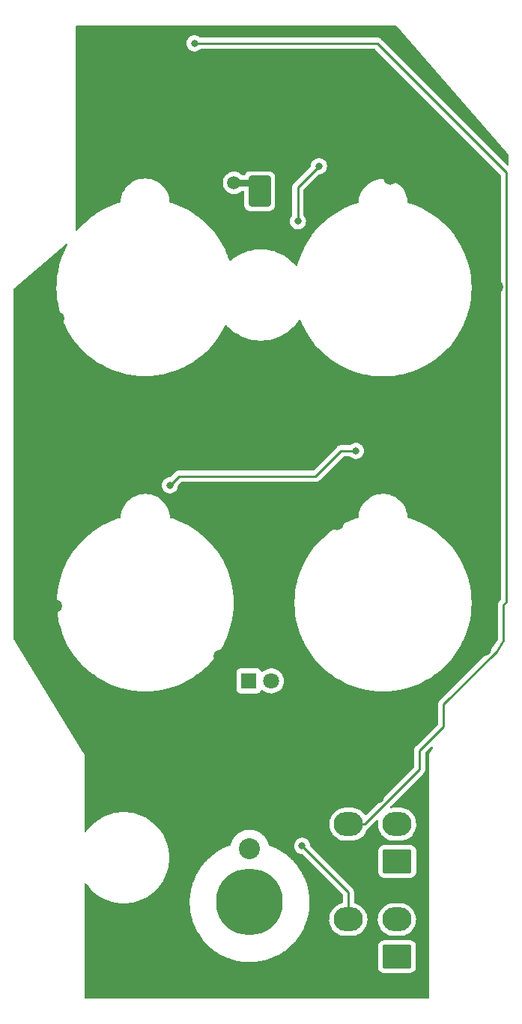
<source format=gbr>
%TF.GenerationSoftware,KiCad,Pcbnew,(6.0.9)*%
%TF.CreationDate,2022-12-26T22:33:28-09:00*%
%TF.ProjectId,PCB_ SIM POWER PANEL,5043422c-2053-4494-9d20-504f57455220,rev?*%
%TF.SameCoordinates,Original*%
%TF.FileFunction,Copper,L2,Bot*%
%TF.FilePolarity,Positive*%
%FSLAX46Y46*%
G04 Gerber Fmt 4.6, Leading zero omitted, Abs format (unit mm)*
G04 Created by KiCad (PCBNEW (6.0.9)) date 2022-12-26 22:33:28*
%MOMM*%
%LPD*%
G01*
G04 APERTURE LIST*
G04 Aperture macros list*
%AMRoundRect*
0 Rectangle with rounded corners*
0 $1 Rounding radius*
0 $2 $3 $4 $5 $6 $7 $8 $9 X,Y pos of 4 corners*
0 Add a 4 corners polygon primitive as box body*
4,1,4,$2,$3,$4,$5,$6,$7,$8,$9,$2,$3,0*
0 Add four circle primitives for the rounded corners*
1,1,$1+$1,$2,$3*
1,1,$1+$1,$4,$5*
1,1,$1+$1,$6,$7*
1,1,$1+$1,$8,$9*
0 Add four rect primitives between the rounded corners*
20,1,$1+$1,$2,$3,$4,$5,0*
20,1,$1+$1,$4,$5,$6,$7,0*
20,1,$1+$1,$6,$7,$8,$9,0*
20,1,$1+$1,$8,$9,$2,$3,0*%
G04 Aperture macros list end*
%TA.AperFunction,ComponentPad*%
%ADD10RoundRect,0.250001X1.399999X-1.099999X1.399999X1.099999X-1.399999X1.099999X-1.399999X-1.099999X0*%
%TD*%
%TA.AperFunction,ComponentPad*%
%ADD11O,3.300000X2.700000*%
%TD*%
%TA.AperFunction,ComponentPad*%
%ADD12R,1.800000X1.800000*%
%TD*%
%TA.AperFunction,ComponentPad*%
%ADD13C,1.800000*%
%TD*%
%TA.AperFunction,SMDPad,CuDef*%
%ADD14RoundRect,0.250000X1.000000X-1.500000X1.000000X1.500000X-1.000000X1.500000X-1.000000X-1.500000X0*%
%TD*%
%TA.AperFunction,WasherPad*%
%ADD15C,2.381250*%
%TD*%
%TA.AperFunction,WasherPad*%
%ADD16C,7.540752*%
%TD*%
%TA.AperFunction,ViaPad*%
%ADD17C,1.500000*%
%TD*%
%TA.AperFunction,ViaPad*%
%ADD18C,0.800000*%
%TD*%
%TA.AperFunction,Conductor*%
%ADD19C,0.750000*%
%TD*%
%TA.AperFunction,Conductor*%
%ADD20C,0.250000*%
%TD*%
G04 APERTURE END LIST*
D10*
%TO.P,J2,1,Pin_1*%
%TO.N,/LED+5V*%
X252850000Y-153760000D03*
D11*
%TO.P,J2,2,Pin_2*%
X252850000Y-149560000D03*
%TO.P,J2,3,Pin_3*%
%TO.N,/LEDGND*%
X247350000Y-153760000D03*
%TO.P,J2,4,Pin_4*%
%TO.N,/DATAOUT*%
X247350000Y-149560000D03*
%TD*%
D10*
%TO.P,J1,1,Pin_1*%
%TO.N,/LED+5V*%
X252870000Y-142990000D03*
D11*
%TO.P,J1,2,Pin_2*%
X252870000Y-138790000D03*
%TO.P,J1,3,Pin_3*%
%TO.N,/LEDGND*%
X247370000Y-142990000D03*
%TO.P,J1,4,Pin_4*%
%TO.N,/DATAIN*%
X247370000Y-138790000D03*
%TD*%
D12*
%TO.P,D36,1,K*%
%TO.N,Net-(D36-Pad1)*%
X236113000Y-122588000D03*
D13*
%TO.P,D36,2,A*%
%TO.N,/LED+5V*%
X238653000Y-122588000D03*
%TD*%
D14*
%TO.P,C1,1*%
%TO.N,/LED+5V*%
X237330000Y-67240000D03*
%TO.P,C1,2*%
%TO.N,/LEDGND*%
X237330000Y-60740000D03*
%TD*%
D15*
%TO.P,REF\u002A\u002A,*%
%TO.N,*%
X236200000Y-141600000D03*
D16*
X236200000Y-147600000D03*
%TD*%
D17*
%TO.N,/LEDGND*%
X232875000Y-119825000D03*
X230840000Y-94370000D03*
X227060000Y-134980000D03*
X233687100Y-125978400D03*
X248441600Y-99413700D03*
X239650000Y-72740000D03*
X260550000Y-99740000D03*
X233560500Y-101687400D03*
X214475200Y-81584600D03*
X256650000Y-90900000D03*
X236440000Y-135470000D03*
X239591100Y-114072400D03*
X246083700Y-104796500D03*
X238540000Y-86070000D03*
D18*
X237760000Y-56950000D03*
D17*
X243372800Y-53500000D03*
X262755000Y-119045000D03*
X246799500Y-67970500D03*
X240190000Y-135040000D03*
X252087200Y-65745200D03*
X229189800Y-65901100D03*
X259072700Y-64854100D03*
X248392000Y-53933000D03*
X229642500Y-140322500D03*
X220674200Y-66461900D03*
X223690000Y-94380000D03*
X228575000Y-127595000D03*
X221141000Y-100393400D03*
X260610000Y-104310000D03*
X255650000Y-127600000D03*
X264138800Y-78100000D03*
X228883700Y-53300000D03*
X250640000Y-135750000D03*
X214280000Y-114090000D03*
X248093200Y-126512800D03*
%TO.N,/LED+5V*%
X234434800Y-66296900D03*
D18*
%TO.N,/DATAIN*%
X229970000Y-50530000D03*
%TO.N,Net-(D7-Pad2)*%
X241652400Y-70642400D03*
X244036400Y-64413600D03*
%TO.N,Net-(D18-Pad2)*%
X227180000Y-100490000D03*
X248210000Y-96600000D03*
%TO.N,/DATAOUT*%
X242140000Y-141240000D03*
%TD*%
D19*
%TO.N,/LED+5V*%
X236386900Y-66296900D02*
X237330000Y-67240000D01*
X234434800Y-66296900D02*
X236386900Y-66296900D01*
D20*
%TO.N,/DATAIN*%
X229970000Y-50530000D02*
X229970000Y-50530000D01*
X232222700Y-50520000D02*
X232212700Y-50530000D01*
X258140000Y-127720000D02*
X258140000Y-125251002D01*
X258140000Y-125251002D02*
X264131133Y-119259869D01*
X249191002Y-138790000D02*
X255430000Y-132551002D01*
X264131133Y-119259869D02*
X264900000Y-118063854D01*
X264900000Y-114000000D02*
X265213801Y-113686199D01*
X265213801Y-65123801D02*
X250610000Y-50520000D01*
X255430000Y-132551002D02*
X255430000Y-130430000D01*
X265213801Y-113686199D02*
X265213801Y-65123801D01*
X247370000Y-138790000D02*
X249191002Y-138790000D01*
X255430000Y-130430000D02*
X258140000Y-127720000D01*
X250610000Y-50520000D02*
X232222700Y-50520000D01*
X232212700Y-50530000D02*
X229970000Y-50530000D01*
X264900000Y-118063854D02*
X264900000Y-114000000D01*
%TO.N,Net-(D7-Pad2)*%
X241652400Y-70642400D02*
X241652400Y-66797600D01*
X241652400Y-66797600D02*
X244036400Y-64413600D01*
%TO.N,Net-(D18-Pad2)*%
X228220000Y-99450000D02*
X243660000Y-99450000D01*
X246510000Y-96600000D02*
X248210000Y-96600000D01*
X227180000Y-100490000D02*
X228220000Y-99450000D01*
X243660000Y-99450000D02*
X246510000Y-96600000D01*
%TO.N,/DATAOUT*%
X247350000Y-146450000D02*
X242140000Y-141240000D01*
X247350000Y-149560000D02*
X247350000Y-146450000D01*
%TD*%
%TA.AperFunction,Conductor*%
%TO.N,/LEDGND*%
G36*
X252778391Y-48528502D02*
G01*
X252805486Y-48551978D01*
X265175150Y-62824668D01*
X265460717Y-63154168D01*
X265490216Y-63218746D01*
X265491500Y-63236689D01*
X265491500Y-64201405D01*
X265471498Y-64269526D01*
X265417842Y-64316019D01*
X265347568Y-64326123D01*
X265282988Y-64296629D01*
X265276405Y-64290500D01*
X251113652Y-50127747D01*
X251106112Y-50119461D01*
X251102000Y-50112982D01*
X251052348Y-50066356D01*
X251049507Y-50063602D01*
X251029770Y-50043865D01*
X251026573Y-50041385D01*
X251017551Y-50033680D01*
X250991100Y-50008841D01*
X250985321Y-50003414D01*
X250978375Y-49999595D01*
X250978372Y-49999593D01*
X250967566Y-49993652D01*
X250951047Y-49982801D01*
X250950583Y-49982441D01*
X250935041Y-49970386D01*
X250927772Y-49967241D01*
X250927768Y-49967238D01*
X250894463Y-49952826D01*
X250883813Y-49947609D01*
X250845060Y-49926305D01*
X250825437Y-49921267D01*
X250806734Y-49914863D01*
X250795420Y-49909967D01*
X250795419Y-49909967D01*
X250788145Y-49906819D01*
X250780322Y-49905580D01*
X250780312Y-49905577D01*
X250744476Y-49899901D01*
X250732856Y-49897495D01*
X250697711Y-49888472D01*
X250697710Y-49888472D01*
X250690030Y-49886500D01*
X250669776Y-49886500D01*
X250650065Y-49884949D01*
X250637886Y-49883020D01*
X250630057Y-49881780D01*
X250600786Y-49884547D01*
X250586039Y-49885941D01*
X250574181Y-49886500D01*
X232301467Y-49886500D01*
X232290284Y-49885973D01*
X232282791Y-49884298D01*
X232274865Y-49884547D01*
X232274864Y-49884547D01*
X232214714Y-49886438D01*
X232210755Y-49886500D01*
X232182844Y-49886500D01*
X232178910Y-49886997D01*
X232178909Y-49886997D01*
X232178844Y-49887005D01*
X232167007Y-49887938D01*
X232135190Y-49888938D01*
X232130729Y-49889078D01*
X232122810Y-49889327D01*
X232115200Y-49891538D01*
X232107371Y-49892778D01*
X232107348Y-49892635D01*
X232080189Y-49896500D01*
X230678200Y-49896500D01*
X230610079Y-49876498D01*
X230590853Y-49860157D01*
X230590580Y-49860460D01*
X230585668Y-49856037D01*
X230581253Y-49851134D01*
X230426752Y-49738882D01*
X230420724Y-49736198D01*
X230420722Y-49736197D01*
X230258319Y-49663891D01*
X230258318Y-49663891D01*
X230252288Y-49661206D01*
X230158888Y-49641353D01*
X230071944Y-49622872D01*
X230071939Y-49622872D01*
X230065487Y-49621500D01*
X229874513Y-49621500D01*
X229868061Y-49622872D01*
X229868056Y-49622872D01*
X229781112Y-49641353D01*
X229687712Y-49661206D01*
X229681682Y-49663891D01*
X229681681Y-49663891D01*
X229519278Y-49736197D01*
X229519276Y-49736198D01*
X229513248Y-49738882D01*
X229358747Y-49851134D01*
X229354326Y-49856044D01*
X229354325Y-49856045D01*
X229240194Y-49982801D01*
X229230960Y-49993056D01*
X229190230Y-50063602D01*
X229156802Y-50121502D01*
X229135473Y-50158444D01*
X229076458Y-50340072D01*
X229056496Y-50530000D01*
X229076458Y-50719928D01*
X229135473Y-50901556D01*
X229230960Y-51066944D01*
X229235378Y-51071851D01*
X229235379Y-51071852D01*
X229317452Y-51163003D01*
X229358747Y-51208866D01*
X229513248Y-51321118D01*
X229519276Y-51323802D01*
X229519278Y-51323803D01*
X229681681Y-51396109D01*
X229687712Y-51398794D01*
X229781113Y-51418647D01*
X229868056Y-51437128D01*
X229868061Y-51437128D01*
X229874513Y-51438500D01*
X230065487Y-51438500D01*
X230071939Y-51437128D01*
X230071944Y-51437128D01*
X230158887Y-51418647D01*
X230252288Y-51398794D01*
X230258319Y-51396109D01*
X230420722Y-51323803D01*
X230420724Y-51323802D01*
X230426752Y-51321118D01*
X230581253Y-51208866D01*
X230585668Y-51203963D01*
X230590580Y-51199540D01*
X230591705Y-51200789D01*
X230645014Y-51167949D01*
X230678200Y-51163500D01*
X232133933Y-51163500D01*
X232145116Y-51164027D01*
X232152609Y-51165702D01*
X232160535Y-51165453D01*
X232160536Y-51165453D01*
X232220686Y-51163562D01*
X232224645Y-51163500D01*
X232252556Y-51163500D01*
X232256491Y-51163003D01*
X232256556Y-51162995D01*
X232268393Y-51162062D01*
X232300651Y-51161048D01*
X232304670Y-51160922D01*
X232312589Y-51160673D01*
X232320199Y-51158462D01*
X232328028Y-51157222D01*
X232328051Y-51157365D01*
X232355210Y-51153500D01*
X250295406Y-51153500D01*
X250363527Y-51173502D01*
X250384501Y-51190405D01*
X264543396Y-65349300D01*
X264577422Y-65411612D01*
X264580301Y-65438395D01*
X264580301Y-113371604D01*
X264560299Y-113439725D01*
X264543396Y-113460699D01*
X264507747Y-113496348D01*
X264499461Y-113503888D01*
X264492982Y-113508000D01*
X264487557Y-113513777D01*
X264446356Y-113557652D01*
X264443601Y-113560494D01*
X264423865Y-113580230D01*
X264421385Y-113583427D01*
X264413682Y-113592447D01*
X264383414Y-113624679D01*
X264379595Y-113631625D01*
X264379593Y-113631628D01*
X264373652Y-113642434D01*
X264362801Y-113658953D01*
X264350386Y-113674959D01*
X264347241Y-113682228D01*
X264347238Y-113682232D01*
X264332826Y-113715537D01*
X264327609Y-113726187D01*
X264306305Y-113764940D01*
X264304334Y-113772615D01*
X264304334Y-113772616D01*
X264301267Y-113784562D01*
X264294863Y-113803266D01*
X264286819Y-113821855D01*
X264285580Y-113829678D01*
X264285577Y-113829688D01*
X264279901Y-113865524D01*
X264277495Y-113877144D01*
X264266500Y-113919970D01*
X264266500Y-113940224D01*
X264264949Y-113959934D01*
X264261780Y-113979943D01*
X264262526Y-113987835D01*
X264265941Y-114023961D01*
X264266500Y-114035819D01*
X264266500Y-117840786D01*
X264246489Y-117908921D01*
X263642371Y-118848661D01*
X263625477Y-118869621D01*
X257747747Y-124747350D01*
X257739461Y-124754890D01*
X257732982Y-124759002D01*
X257727557Y-124764779D01*
X257686357Y-124808653D01*
X257683602Y-124811495D01*
X257663865Y-124831232D01*
X257661385Y-124834429D01*
X257653682Y-124843449D01*
X257623414Y-124875681D01*
X257619595Y-124882627D01*
X257619593Y-124882630D01*
X257613652Y-124893436D01*
X257602801Y-124909955D01*
X257590386Y-124925961D01*
X257587241Y-124933230D01*
X257587238Y-124933234D01*
X257572826Y-124966539D01*
X257567609Y-124977189D01*
X257546305Y-125015942D01*
X257544334Y-125023617D01*
X257544334Y-125023618D01*
X257541267Y-125035564D01*
X257534863Y-125054268D01*
X257526819Y-125072857D01*
X257525580Y-125080680D01*
X257525577Y-125080690D01*
X257519901Y-125116526D01*
X257517495Y-125128146D01*
X257506500Y-125170972D01*
X257506500Y-125191226D01*
X257504949Y-125210936D01*
X257501780Y-125230945D01*
X257502526Y-125238837D01*
X257505941Y-125274963D01*
X257506500Y-125286821D01*
X257506500Y-127405406D01*
X257486498Y-127473527D01*
X257469595Y-127494501D01*
X255037747Y-129926348D01*
X255029461Y-129933888D01*
X255022982Y-129938000D01*
X255017557Y-129943777D01*
X254976357Y-129987651D01*
X254973602Y-129990493D01*
X254953865Y-130010230D01*
X254951385Y-130013427D01*
X254943682Y-130022447D01*
X254913414Y-130054679D01*
X254909595Y-130061625D01*
X254909593Y-130061628D01*
X254903652Y-130072434D01*
X254892801Y-130088953D01*
X254880386Y-130104959D01*
X254877241Y-130112228D01*
X254877238Y-130112232D01*
X254862826Y-130145537D01*
X254857609Y-130156187D01*
X254836305Y-130194940D01*
X254834334Y-130202615D01*
X254834334Y-130202616D01*
X254831267Y-130214562D01*
X254824863Y-130233266D01*
X254816819Y-130251855D01*
X254815580Y-130259678D01*
X254815577Y-130259688D01*
X254809901Y-130295524D01*
X254807495Y-130307144D01*
X254796500Y-130349970D01*
X254796500Y-130370224D01*
X254794949Y-130389934D01*
X254791780Y-130409943D01*
X254792526Y-130417835D01*
X254795941Y-130453961D01*
X254796500Y-130465819D01*
X254796500Y-132236408D01*
X254776498Y-132304529D01*
X254759595Y-132325503D01*
X249369658Y-137715439D01*
X249307346Y-137749465D01*
X249236531Y-137744400D01*
X249182160Y-137705039D01*
X249040136Y-137527447D01*
X249040135Y-137527445D01*
X249037284Y-137523881D01*
X248840191Y-137339766D01*
X248618584Y-137186032D01*
X248614501Y-137184001D01*
X248614498Y-137183999D01*
X248498987Y-137126534D01*
X248377106Y-137065899D01*
X248372772Y-137064478D01*
X248372769Y-137064477D01*
X248125147Y-136983302D01*
X248125141Y-136983301D01*
X248120814Y-136981882D01*
X248116322Y-136981102D01*
X247858860Y-136936399D01*
X247858852Y-136936398D01*
X247855079Y-136935743D01*
X247843817Y-136935182D01*
X247771422Y-136931578D01*
X247771414Y-136931578D01*
X247769851Y-136931500D01*
X247001488Y-136931500D01*
X246999220Y-136931665D01*
X246999208Y-136931665D01*
X246868116Y-136941177D01*
X246800996Y-136946047D01*
X246796541Y-136947031D01*
X246796538Y-136947031D01*
X246542088Y-137003209D01*
X246542084Y-137003210D01*
X246537628Y-137004194D01*
X246411520Y-137051972D01*
X246289682Y-137098132D01*
X246289679Y-137098133D01*
X246285412Y-137099750D01*
X246049632Y-137230714D01*
X245835227Y-137394343D01*
X245832034Y-137397609D01*
X245832032Y-137397611D01*
X245796506Y-137433952D01*
X245646688Y-137587208D01*
X245487966Y-137805270D01*
X245485844Y-137809304D01*
X245364510Y-138039921D01*
X245364507Y-138039927D01*
X245362385Y-138043961D01*
X245360865Y-138048266D01*
X245360863Y-138048270D01*
X245274098Y-138293967D01*
X245272575Y-138298280D01*
X245220419Y-138562900D01*
X245220192Y-138567453D01*
X245220192Y-138567456D01*
X245210991Y-138752292D01*
X245207009Y-138832277D01*
X245232625Y-139100769D01*
X245233710Y-139105203D01*
X245233711Y-139105209D01*
X245294546Y-139353820D01*
X245296731Y-139362750D01*
X245397985Y-139612733D01*
X245534265Y-139845482D01*
X245605734Y-139934849D01*
X245694712Y-140046110D01*
X245702716Y-140056119D01*
X245899809Y-140240234D01*
X246121416Y-140393968D01*
X246125499Y-140395999D01*
X246125502Y-140396001D01*
X246131177Y-140398824D01*
X246362894Y-140514101D01*
X246367228Y-140515522D01*
X246367231Y-140515523D01*
X246614853Y-140596698D01*
X246614859Y-140596699D01*
X246619186Y-140598118D01*
X246623677Y-140598898D01*
X246623678Y-140598898D01*
X246881140Y-140643601D01*
X246881148Y-140643602D01*
X246884921Y-140644257D01*
X246888758Y-140644448D01*
X246968578Y-140648422D01*
X246968586Y-140648422D01*
X246970149Y-140648500D01*
X247738512Y-140648500D01*
X247740780Y-140648335D01*
X247740792Y-140648335D01*
X247871884Y-140638823D01*
X247939004Y-140633953D01*
X247943459Y-140632969D01*
X247943462Y-140632969D01*
X248197912Y-140576791D01*
X248197916Y-140576790D01*
X248202372Y-140575806D01*
X248351905Y-140519153D01*
X248450318Y-140481868D01*
X248450321Y-140481867D01*
X248454588Y-140480250D01*
X248690368Y-140349286D01*
X248904773Y-140185657D01*
X248925543Y-140164411D01*
X249090117Y-139996060D01*
X249093312Y-139992792D01*
X249252034Y-139774730D01*
X249377615Y-139536039D01*
X249379137Y-139531730D01*
X249379139Y-139531726D01*
X249415409Y-139429017D01*
X249456952Y-139371444D01*
X249487833Y-139353822D01*
X249498619Y-139349552D01*
X249534389Y-139323564D01*
X249544309Y-139317048D01*
X249575537Y-139298580D01*
X249575540Y-139298578D01*
X249582364Y-139294542D01*
X249596685Y-139280221D01*
X249611719Y-139267380D01*
X249621696Y-139260131D01*
X249628109Y-139255472D01*
X249656300Y-139221395D01*
X249664290Y-139212616D01*
X250527398Y-138349508D01*
X250589710Y-138315482D01*
X250660525Y-138320547D01*
X250717361Y-138363094D01*
X250742172Y-138429614D01*
X250740115Y-138462968D01*
X250721301Y-138558425D01*
X250720419Y-138562900D01*
X250720192Y-138567453D01*
X250720192Y-138567456D01*
X250710991Y-138752292D01*
X250707009Y-138832277D01*
X250732625Y-139100769D01*
X250733710Y-139105203D01*
X250733711Y-139105209D01*
X250794546Y-139353820D01*
X250796731Y-139362750D01*
X250897985Y-139612733D01*
X251034265Y-139845482D01*
X251105734Y-139934849D01*
X251194712Y-140046110D01*
X251202716Y-140056119D01*
X251399809Y-140240234D01*
X251621416Y-140393968D01*
X251625499Y-140395999D01*
X251625502Y-140396001D01*
X251631177Y-140398824D01*
X251862894Y-140514101D01*
X251867228Y-140515522D01*
X251867231Y-140515523D01*
X252114853Y-140596698D01*
X252114859Y-140596699D01*
X252119186Y-140598118D01*
X252123677Y-140598898D01*
X252123678Y-140598898D01*
X252381140Y-140643601D01*
X252381148Y-140643602D01*
X252384921Y-140644257D01*
X252388758Y-140644448D01*
X252468578Y-140648422D01*
X252468586Y-140648422D01*
X252470149Y-140648500D01*
X253238512Y-140648500D01*
X253240780Y-140648335D01*
X253240792Y-140648335D01*
X253371884Y-140638823D01*
X253439004Y-140633953D01*
X253443459Y-140632969D01*
X253443462Y-140632969D01*
X253697912Y-140576791D01*
X253697916Y-140576790D01*
X253702372Y-140575806D01*
X253851905Y-140519153D01*
X253950318Y-140481868D01*
X253950321Y-140481867D01*
X253954588Y-140480250D01*
X254190368Y-140349286D01*
X254404773Y-140185657D01*
X254425543Y-140164411D01*
X254590117Y-139996060D01*
X254593312Y-139992792D01*
X254752034Y-139774730D01*
X254827421Y-139631443D01*
X254875490Y-139540079D01*
X254875493Y-139540073D01*
X254877615Y-139536039D01*
X254885537Y-139513608D01*
X254965902Y-139286033D01*
X254965902Y-139286032D01*
X254967425Y-139281720D01*
X255019581Y-139017100D01*
X255019808Y-139012544D01*
X255032764Y-138752292D01*
X255032764Y-138752286D01*
X255032991Y-138747723D01*
X255007375Y-138479231D01*
X255003396Y-138462968D01*
X254944355Y-138221688D01*
X254943269Y-138217250D01*
X254842015Y-137967267D01*
X254705735Y-137734518D01*
X254587928Y-137587208D01*
X254540136Y-137527447D01*
X254540135Y-137527445D01*
X254537284Y-137523881D01*
X254340191Y-137339766D01*
X254118584Y-137186032D01*
X254114501Y-137184001D01*
X254114498Y-137183999D01*
X253998987Y-137126534D01*
X253877106Y-137065899D01*
X253872772Y-137064478D01*
X253872769Y-137064477D01*
X253625147Y-136983302D01*
X253625141Y-136983301D01*
X253620814Y-136981882D01*
X253616322Y-136981102D01*
X253358860Y-136936399D01*
X253358852Y-136936398D01*
X253355079Y-136935743D01*
X253343817Y-136935182D01*
X253271422Y-136931578D01*
X253271414Y-136931578D01*
X253269851Y-136931500D01*
X252501488Y-136931500D01*
X252499220Y-136931665D01*
X252499208Y-136931665D01*
X252368116Y-136941177D01*
X252300996Y-136946047D01*
X252296541Y-136947031D01*
X252296538Y-136947031D01*
X252247422Y-136957875D01*
X252176591Y-136953029D01*
X252119624Y-136910659D01*
X252094607Y-136844215D01*
X252109484Y-136774795D01*
X252131163Y-136745743D01*
X255822247Y-133054659D01*
X255830537Y-133047115D01*
X255837018Y-133043002D01*
X255883659Y-132993334D01*
X255886413Y-132990493D01*
X255906135Y-132970771D01*
X255908612Y-132967578D01*
X255916317Y-132958557D01*
X255941159Y-132932102D01*
X255946586Y-132926323D01*
X255950407Y-132919373D01*
X255956346Y-132908570D01*
X255967202Y-132892043D01*
X255974757Y-132882304D01*
X255974758Y-132882302D01*
X255979614Y-132876042D01*
X255997174Y-132835462D01*
X256002391Y-132824814D01*
X256019875Y-132793011D01*
X256019876Y-132793009D01*
X256023695Y-132786062D01*
X256028733Y-132766439D01*
X256035137Y-132747736D01*
X256040033Y-132736422D01*
X256040033Y-132736421D01*
X256043181Y-132729147D01*
X256044420Y-132721324D01*
X256044423Y-132721314D01*
X256050099Y-132685478D01*
X256052505Y-132673858D01*
X256061528Y-132638713D01*
X256061528Y-132638712D01*
X256063500Y-132631032D01*
X256063500Y-132610778D01*
X256065051Y-132591067D01*
X256066980Y-132578888D01*
X256068220Y-132571059D01*
X256064059Y-132527040D01*
X256063500Y-132515183D01*
X256063500Y-130744594D01*
X256083502Y-130676473D01*
X256100405Y-130655499D01*
X256717500Y-130038404D01*
X256779812Y-130004378D01*
X256850627Y-130009443D01*
X256907463Y-130051990D01*
X256932274Y-130118510D01*
X256917183Y-130187884D01*
X256912583Y-130195634D01*
X256598551Y-130684128D01*
X256587006Y-130699399D01*
X256570622Y-130717951D01*
X256554524Y-130752238D01*
X256553615Y-130754029D01*
X256552516Y-130755739D01*
X256550650Y-130759817D01*
X256550648Y-130759821D01*
X256538824Y-130785663D01*
X256538304Y-130786785D01*
X256508719Y-130849800D01*
X256508326Y-130852325D01*
X256507262Y-130854650D01*
X256506075Y-130862804D01*
X256506074Y-130862806D01*
X256497227Y-130923564D01*
X256497042Y-130924794D01*
X256491500Y-130960386D01*
X256491500Y-130962425D01*
X256491278Y-130964416D01*
X256486273Y-130998788D01*
X256487525Y-131007680D01*
X256487525Y-131007681D01*
X256490269Y-131027169D01*
X256491500Y-131044736D01*
X256491500Y-158365500D01*
X256471498Y-158433621D01*
X256417842Y-158480114D01*
X256365500Y-158491500D01*
X217634500Y-158491500D01*
X217566379Y-158471498D01*
X217519886Y-158417842D01*
X217508500Y-158365500D01*
X217508500Y-154910400D01*
X250691500Y-154910400D01*
X250702474Y-155016165D01*
X250758450Y-155183945D01*
X250851522Y-155334348D01*
X250976697Y-155459305D01*
X250982927Y-155463145D01*
X250982928Y-155463146D01*
X251120090Y-155547694D01*
X251127262Y-155552115D01*
X251207005Y-155578564D01*
X251288611Y-155605632D01*
X251288613Y-155605632D01*
X251295139Y-155607797D01*
X251301975Y-155608497D01*
X251301978Y-155608498D01*
X251345031Y-155612909D01*
X251399600Y-155618500D01*
X254300400Y-155618500D01*
X254303646Y-155618163D01*
X254303650Y-155618163D01*
X254399307Y-155608238D01*
X254399311Y-155608237D01*
X254406165Y-155607526D01*
X254412701Y-155605345D01*
X254412703Y-155605345D01*
X254544805Y-155561272D01*
X254573945Y-155551550D01*
X254724348Y-155458478D01*
X254849305Y-155333303D01*
X254942115Y-155182738D01*
X254997797Y-155014861D01*
X255008500Y-154910400D01*
X255008500Y-152609600D01*
X255007855Y-152603383D01*
X254998238Y-152510693D01*
X254998237Y-152510689D01*
X254997526Y-152503835D01*
X254992273Y-152488088D01*
X254943868Y-152343003D01*
X254941550Y-152336055D01*
X254848478Y-152185652D01*
X254723303Y-152060695D01*
X254717072Y-152056854D01*
X254578968Y-151971725D01*
X254578966Y-151971724D01*
X254572738Y-151967885D01*
X254412254Y-151914655D01*
X254411389Y-151914368D01*
X254411387Y-151914368D01*
X254404861Y-151912203D01*
X254398025Y-151911503D01*
X254398022Y-151911502D01*
X254354969Y-151907091D01*
X254300400Y-151901500D01*
X251399600Y-151901500D01*
X251396354Y-151901837D01*
X251396350Y-151901837D01*
X251300693Y-151911762D01*
X251300689Y-151911763D01*
X251293835Y-151912474D01*
X251287299Y-151914655D01*
X251287297Y-151914655D01*
X251204286Y-151942350D01*
X251126055Y-151968450D01*
X250975652Y-152061522D01*
X250850695Y-152186697D01*
X250846855Y-152192927D01*
X250846854Y-152192928D01*
X250797647Y-152272757D01*
X250757885Y-152337262D01*
X250755581Y-152344209D01*
X250707859Y-152488088D01*
X250702203Y-152505139D01*
X250701503Y-152511975D01*
X250701502Y-152511978D01*
X250700474Y-152522010D01*
X250691500Y-152609600D01*
X250691500Y-154910400D01*
X217508500Y-154910400D01*
X217508500Y-145600431D01*
X217528502Y-145532310D01*
X217582158Y-145485817D01*
X217652432Y-145475713D01*
X217717012Y-145505207D01*
X217736785Y-145527130D01*
X217736824Y-145527100D01*
X217738494Y-145529276D01*
X217738500Y-145529285D01*
X217842039Y-145664219D01*
X218010623Y-145883921D01*
X218012481Y-145885949D01*
X218012488Y-145885957D01*
X218247459Y-146142383D01*
X218314478Y-146215522D01*
X218316498Y-146217373D01*
X218644043Y-146517512D01*
X218644051Y-146517519D01*
X218646079Y-146519377D01*
X218648271Y-146521059D01*
X219000720Y-146791504D01*
X219000732Y-146791512D01*
X219002900Y-146793176D01*
X219382227Y-147034834D01*
X219781172Y-147242511D01*
X220196699Y-147414629D01*
X220470062Y-147500820D01*
X220623023Y-147549048D01*
X220623030Y-147549050D01*
X220625647Y-147549875D01*
X220628332Y-147550470D01*
X220628331Y-147550470D01*
X221062051Y-147646624D01*
X221062054Y-147646625D01*
X221064749Y-147647222D01*
X221067479Y-147647581D01*
X221067488Y-147647583D01*
X221262922Y-147673312D01*
X221510665Y-147705928D01*
X221779456Y-147717663D01*
X221843048Y-147720440D01*
X221843053Y-147720440D01*
X221844425Y-147720500D01*
X222075575Y-147720500D01*
X222076947Y-147720440D01*
X222076952Y-147720440D01*
X222140544Y-147717663D01*
X222409335Y-147705928D01*
X222657078Y-147673312D01*
X222674981Y-147670955D01*
X229424524Y-147670955D01*
X229424637Y-147673306D01*
X229424637Y-147673312D01*
X229439295Y-147978476D01*
X229439325Y-147979135D01*
X229441480Y-148029501D01*
X229446353Y-148143386D01*
X229446628Y-148145712D01*
X229446630Y-148145733D01*
X229447289Y-148151302D01*
X229448017Y-148160060D01*
X229448916Y-148178772D01*
X229449207Y-148181124D01*
X229486692Y-148484232D01*
X229486772Y-148484887D01*
X229497947Y-148579304D01*
X229506106Y-148648236D01*
X229507634Y-148656064D01*
X229509014Y-148664729D01*
X229511315Y-148683331D01*
X229511777Y-148685633D01*
X229511779Y-148685645D01*
X229571917Y-148985243D01*
X229572045Y-148985890D01*
X229603543Y-149147185D01*
X229604166Y-149149454D01*
X229605655Y-149154879D01*
X229607684Y-149163430D01*
X229611369Y-149181790D01*
X229630280Y-149249293D01*
X229694458Y-149478382D01*
X229694629Y-149479000D01*
X229738118Y-149637424D01*
X229738915Y-149639656D01*
X229738920Y-149639672D01*
X229740793Y-149644919D01*
X229743457Y-149653290D01*
X229747874Y-149669056D01*
X229747880Y-149669074D01*
X229748516Y-149671345D01*
X229850738Y-149952961D01*
X229853576Y-149960780D01*
X229853782Y-149961353D01*
X229909070Y-150116192D01*
X229910023Y-150118338D01*
X229910034Y-150118365D01*
X229912305Y-150123476D01*
X229915594Y-150131637D01*
X229921983Y-150149238D01*
X229922956Y-150151398D01*
X230048464Y-150430017D01*
X230048733Y-150430619D01*
X230115439Y-150580796D01*
X230116551Y-150582865D01*
X230116560Y-150582884D01*
X230119213Y-150587821D01*
X230123098Y-150595698D01*
X230130793Y-150612780D01*
X230131922Y-150614855D01*
X230277928Y-150883206D01*
X230278195Y-150883698D01*
X230356063Y-151028618D01*
X230357338Y-151030615D01*
X230360348Y-151035331D01*
X230364815Y-151042901D01*
X230372630Y-151057264D01*
X230372642Y-151057285D01*
X230373772Y-151059361D01*
X230375049Y-151061338D01*
X230375061Y-151061359D01*
X230540894Y-151318189D01*
X230541250Y-151318744D01*
X230629586Y-151457137D01*
X230630993Y-151459014D01*
X230634359Y-151463505D01*
X230639389Y-151470730D01*
X230648257Y-151484466D01*
X230648270Y-151484484D01*
X230649550Y-151486467D01*
X230650985Y-151488361D01*
X230835538Y-151731942D01*
X230835935Y-151732469D01*
X230892969Y-151808569D01*
X230934469Y-151863943D01*
X230939711Y-151869941D01*
X230945252Y-151876746D01*
X230956576Y-151891693D01*
X230958131Y-151893454D01*
X230958137Y-151893461D01*
X231160348Y-152122420D01*
X231160784Y-152122916D01*
X231223649Y-152194852D01*
X231268996Y-152246743D01*
X231270671Y-152248392D01*
X231270672Y-152248393D01*
X231274684Y-152252343D01*
X231280725Y-152258721D01*
X231293122Y-152272757D01*
X231513794Y-152487727D01*
X231514162Y-152488088D01*
X231629583Y-152601711D01*
X231629604Y-152601730D01*
X231631283Y-152603383D01*
X231633084Y-152604908D01*
X231633102Y-152604924D01*
X231637346Y-152608516D01*
X231643857Y-152614429D01*
X231657291Y-152627516D01*
X231659113Y-152629043D01*
X231659114Y-152629043D01*
X231893362Y-152825252D01*
X231893867Y-152825677D01*
X232019291Y-152931856D01*
X232021197Y-152933238D01*
X232025743Y-152936535D01*
X232032674Y-152941941D01*
X232047035Y-152953970D01*
X232048958Y-152955350D01*
X232048977Y-152955364D01*
X232297306Y-153133479D01*
X232297841Y-153133864D01*
X232340530Y-153164822D01*
X232430835Y-153230312D01*
X232437615Y-153234492D01*
X232444908Y-153239345D01*
X232460159Y-153250284D01*
X232462171Y-153251510D01*
X232462182Y-153251517D01*
X232723088Y-153410462D01*
X232723651Y-153410807D01*
X232804330Y-153460538D01*
X232863598Y-153497071D01*
X232865679Y-153498148D01*
X232865687Y-153498152D01*
X232870686Y-153500738D01*
X232878336Y-153505040D01*
X232892314Y-153513555D01*
X232892321Y-153513559D01*
X232894337Y-153514787D01*
X232954050Y-153545278D01*
X233168505Y-153654785D01*
X233169091Y-153655086D01*
X233253944Y-153698975D01*
X233315144Y-153730630D01*
X233317315Y-153731554D01*
X233317337Y-153731564D01*
X233322466Y-153733746D01*
X233330439Y-153737471D01*
X233347125Y-153745992D01*
X233408062Y-153771545D01*
X233631056Y-153865055D01*
X233631663Y-153865311D01*
X233674640Y-153883597D01*
X233782932Y-153929676D01*
X233785163Y-153930433D01*
X233785170Y-153930436D01*
X233788486Y-153931561D01*
X233790475Y-153932237D01*
X233798683Y-153935346D01*
X233815974Y-153942597D01*
X234108187Y-154040086D01*
X234108629Y-154040235D01*
X234264326Y-154093088D01*
X234266604Y-154093675D01*
X234266631Y-154093683D01*
X234272046Y-154095078D01*
X234280485Y-154097569D01*
X234298245Y-154103495D01*
X234510775Y-154157076D01*
X234596781Y-154178759D01*
X234597420Y-154178922D01*
X234754328Y-154219355D01*
X234754337Y-154219357D01*
X234756619Y-154219945D01*
X234764499Y-154221356D01*
X234773030Y-154223193D01*
X234791222Y-154227779D01*
X234793534Y-154228180D01*
X234793546Y-154228183D01*
X235094668Y-154280467D01*
X235095317Y-154280582D01*
X235147585Y-154289939D01*
X235257037Y-154309534D01*
X235259385Y-154309775D01*
X235259395Y-154309776D01*
X235264950Y-154310345D01*
X235273669Y-154311547D01*
X235289794Y-154314347D01*
X235289809Y-154314349D01*
X235292130Y-154314752D01*
X235294484Y-154314981D01*
X235294486Y-154314981D01*
X235336559Y-154319069D01*
X235598707Y-154344541D01*
X235599033Y-154344573D01*
X235762763Y-154361349D01*
X235772076Y-154361650D01*
X235780147Y-154362171D01*
X235798149Y-154363921D01*
X235800502Y-154363972D01*
X235800513Y-154363973D01*
X235892624Y-154365982D01*
X235933908Y-154366883D01*
X235935155Y-154366917D01*
X235967378Y-154367958D01*
X236045066Y-154370468D01*
X236045095Y-154370468D01*
X236046071Y-154370500D01*
X236098279Y-154370500D01*
X236101028Y-154370530D01*
X236306430Y-154375012D01*
X236530105Y-154363094D01*
X236532074Y-154363005D01*
X236554241Y-154362173D01*
X236705653Y-154356489D01*
X236705661Y-154356488D01*
X236708016Y-154356400D01*
X236710349Y-154356136D01*
X236710379Y-154356134D01*
X236750925Y-154351550D01*
X236758334Y-154350933D01*
X236814113Y-154347961D01*
X237036284Y-154319303D01*
X237038194Y-154319072D01*
X237213173Y-154299291D01*
X237215504Y-154298848D01*
X237215507Y-154298848D01*
X237255582Y-154291240D01*
X237262963Y-154290064D01*
X237285911Y-154287104D01*
X237318337Y-154282921D01*
X237537630Y-154237707D01*
X237539572Y-154237322D01*
X237710310Y-154204907D01*
X237710322Y-154204904D01*
X237712625Y-154204467D01*
X237754336Y-154193251D01*
X237761557Y-154191538D01*
X237816266Y-154180258D01*
X237956353Y-154140221D01*
X238031577Y-154118722D01*
X238033485Y-154118193D01*
X238201283Y-154073075D01*
X238201288Y-154073073D01*
X238203562Y-154072462D01*
X238205787Y-154071681D01*
X238205802Y-154071676D01*
X238244305Y-154058155D01*
X238251430Y-154055888D01*
X238302823Y-154041200D01*
X238302832Y-154041197D01*
X238305096Y-154040550D01*
X238307299Y-154039737D01*
X238307306Y-154039735D01*
X238515207Y-153963036D01*
X238517069Y-153962366D01*
X238525942Y-153959250D01*
X238683219Y-153904018D01*
X238722763Y-153886701D01*
X238729689Y-153883910D01*
X238749462Y-153876615D01*
X238782075Y-153864583D01*
X238985790Y-153771531D01*
X238987532Y-153770751D01*
X239148896Y-153700085D01*
X239187033Y-153679850D01*
X239193729Y-153676548D01*
X239244517Y-153653349D01*
X239368275Y-153585172D01*
X239440692Y-153545278D01*
X239442432Y-153544337D01*
X239597972Y-153461809D01*
X239634470Y-153438780D01*
X239640906Y-153434981D01*
X239689820Y-153408035D01*
X239877350Y-153285552D01*
X239878924Y-153284541D01*
X240027918Y-153190533D01*
X240029819Y-153189124D01*
X240029826Y-153189119D01*
X240062603Y-153164822D01*
X240068736Y-153160551D01*
X240115475Y-153130024D01*
X240293252Y-152993857D01*
X240294833Y-152992665D01*
X240434423Y-152889186D01*
X240434426Y-152889184D01*
X240436314Y-152887784D01*
X240468973Y-152859544D01*
X240474751Y-152854841D01*
X240478825Y-152851720D01*
X240519088Y-152820881D01*
X240534718Y-152806931D01*
X240686141Y-152671781D01*
X240687628Y-152670475D01*
X240819055Y-152556829D01*
X240819060Y-152556824D01*
X240820861Y-152555267D01*
X240851310Y-152524659D01*
X240856735Y-152519520D01*
X240896616Y-152483924D01*
X240896617Y-152483923D01*
X240898385Y-152482345D01*
X241031549Y-152344209D01*
X241053788Y-152321140D01*
X241055172Y-152319726D01*
X241177735Y-152196519D01*
X241177739Y-152196515D01*
X241179393Y-152194852D01*
X241181040Y-152192928D01*
X241207453Y-152162056D01*
X241212480Y-152156522D01*
X241249584Y-152118033D01*
X241249590Y-152118027D01*
X241251232Y-152116323D01*
X241394156Y-151943864D01*
X241395431Y-151942350D01*
X241508365Y-151810355D01*
X241508366Y-151810354D01*
X241509893Y-151808569D01*
X241511280Y-151806677D01*
X241511289Y-151806666D01*
X241535408Y-151773772D01*
X241540004Y-151767878D01*
X241574145Y-151726682D01*
X241574152Y-151726673D01*
X241575642Y-151724875D01*
X241705247Y-151542165D01*
X241706386Y-151540587D01*
X241809091Y-151400516D01*
X241809094Y-151400511D01*
X241810500Y-151398594D01*
X241833351Y-151361954D01*
X241837477Y-151355755D01*
X241868429Y-151312121D01*
X241868430Y-151312119D01*
X241869788Y-151310205D01*
X241985328Y-151118294D01*
X241986273Y-151116752D01*
X242079521Y-150967233D01*
X242080616Y-150965143D01*
X242080628Y-150965122D01*
X242099551Y-150929003D01*
X242103214Y-150922488D01*
X242130791Y-150876682D01*
X242130797Y-150876671D01*
X242132015Y-150874648D01*
X242232809Y-150674675D01*
X242233701Y-150672938D01*
X242261934Y-150619049D01*
X242315441Y-150516916D01*
X242316370Y-150514764D01*
X242316381Y-150514741D01*
X242332553Y-150477280D01*
X242335710Y-150470524D01*
X242360846Y-150420655D01*
X242446388Y-150213629D01*
X242447121Y-150211893D01*
X242516934Y-150050177D01*
X242531022Y-150009378D01*
X242533671Y-150002386D01*
X242554093Y-149952961D01*
X242554993Y-149950783D01*
X242624760Y-149737959D01*
X242625392Y-149736083D01*
X242682094Y-149571876D01*
X242682097Y-149571867D01*
X242682864Y-149569645D01*
X242683461Y-149567378D01*
X242683466Y-149567361D01*
X242693853Y-149527904D01*
X242695971Y-149520731D01*
X242712623Y-149469937D01*
X242712629Y-149469916D01*
X242713363Y-149467677D01*
X242766970Y-149250247D01*
X242767459Y-149248329D01*
X242811695Y-149080310D01*
X242811696Y-149080307D01*
X242812297Y-149078023D01*
X242820124Y-149035585D01*
X242821697Y-149028276D01*
X242834499Y-148976351D01*
X242835065Y-148974056D01*
X242872232Y-148753137D01*
X242872558Y-148751292D01*
X242904504Y-148578081D01*
X242909127Y-148535175D01*
X242910148Y-148527768D01*
X242919020Y-148475034D01*
X242919413Y-148472699D01*
X242939904Y-148249702D01*
X242940100Y-148247734D01*
X242958712Y-148074998D01*
X242958967Y-148072633D01*
X242960361Y-148029490D01*
X242960823Y-148022038D01*
X242962528Y-148003486D01*
X242965933Y-147966430D01*
X242975848Y-147600000D01*
X242975145Y-147581273D01*
X242975122Y-147572479D01*
X242975303Y-147566883D01*
X242975303Y-147566878D01*
X242975379Y-147564524D01*
X242968346Y-147400168D01*
X242968324Y-147399600D01*
X242956864Y-147094319D01*
X242956863Y-147094311D01*
X242956775Y-147091956D01*
X242954670Y-147073336D01*
X242953987Y-147064565D01*
X242953748Y-147058986D01*
X242953647Y-147056614D01*
X242934317Y-146893291D01*
X242934242Y-146892637D01*
X242899929Y-146589124D01*
X242899663Y-146586771D01*
X242899224Y-146584456D01*
X242899220Y-146584433D01*
X242896167Y-146568354D01*
X242894828Y-146559657D01*
X242894172Y-146554111D01*
X242894171Y-146554104D01*
X242893894Y-146551764D01*
X242867012Y-146414110D01*
X242862409Y-146390539D01*
X242862284Y-146389891D01*
X242805274Y-146089606D01*
X242805271Y-146089594D01*
X242804834Y-146087291D01*
X242799967Y-146069189D01*
X242797983Y-146060627D01*
X242796911Y-146055137D01*
X242796908Y-146055125D01*
X242796457Y-146052815D01*
X242752933Y-145894263D01*
X242752760Y-145893626D01*
X242673436Y-145598614D01*
X242673436Y-145598612D01*
X242672821Y-145596327D01*
X242666608Y-145578636D01*
X242663990Y-145570254D01*
X242662507Y-145564853D01*
X242661882Y-145562576D01*
X242606612Y-145407787D01*
X242606430Y-145407275D01*
X242505150Y-145118870D01*
X242504368Y-145116643D01*
X242503420Y-145114479D01*
X242503414Y-145114463D01*
X242496849Y-145099471D01*
X242493606Y-145091301D01*
X242491730Y-145086048D01*
X242491728Y-145086044D01*
X242490930Y-145083808D01*
X242424197Y-144933569D01*
X242423931Y-144932966D01*
X242301370Y-144653102D01*
X242301368Y-144653098D01*
X242300423Y-144650940D01*
X242291647Y-144634399D01*
X242287802Y-144626498D01*
X242285530Y-144621383D01*
X242285518Y-144621358D01*
X242284561Y-144619204D01*
X242257308Y-144568483D01*
X242206729Y-144474353D01*
X242206418Y-144473770D01*
X242131887Y-144333301D01*
X242062135Y-144201839D01*
X242052118Y-144185963D01*
X242047700Y-144178386D01*
X242045051Y-144173455D01*
X242045049Y-144173452D01*
X242043937Y-144171382D01*
X242026203Y-144143598D01*
X241955557Y-144032918D01*
X241955203Y-144032362D01*
X241874435Y-143904353D01*
X241790844Y-143771869D01*
X241789436Y-143769969D01*
X241789428Y-143769958D01*
X241779685Y-143756816D01*
X241774697Y-143749573D01*
X241771691Y-143744863D01*
X241771686Y-143744856D01*
X241770414Y-143742863D01*
X241714536Y-143668304D01*
X241671851Y-143611350D01*
X241671457Y-143610821D01*
X241565544Y-143467949D01*
X241488078Y-143363451D01*
X241486539Y-143361671D01*
X241486518Y-143361645D01*
X241475827Y-143349282D01*
X241470312Y-143342436D01*
X241466952Y-143337952D01*
X241466941Y-143337938D01*
X241465531Y-143336057D01*
X241404743Y-143266497D01*
X241357354Y-143212269D01*
X241356920Y-143211771D01*
X241155542Y-142978883D01*
X241153882Y-142977231D01*
X241153872Y-142977221D01*
X241142254Y-142965664D01*
X241136243Y-142959252D01*
X241132561Y-142955039D01*
X241131004Y-142953257D01*
X241129328Y-142951607D01*
X241129310Y-142951588D01*
X241013831Y-142837909D01*
X241013362Y-142837445D01*
X240796778Y-142621992D01*
X240796774Y-142621988D01*
X240795107Y-142620330D01*
X240793324Y-142618805D01*
X240793316Y-142618797D01*
X240780864Y-142608143D01*
X240774392Y-142602203D01*
X240770393Y-142598266D01*
X240770383Y-142598257D01*
X240768717Y-142596617D01*
X240643449Y-142490570D01*
X240642980Y-142490172D01*
X240441084Y-142317431D01*
X240408803Y-142289812D01*
X240393667Y-142278714D01*
X240386804Y-142273304D01*
X240380709Y-142268144D01*
X240247668Y-142171661D01*
X240247157Y-142171288D01*
X240243358Y-142168502D01*
X240053478Y-142029277D01*
X240000705Y-141990582D01*
X240000703Y-141990580D01*
X239998805Y-141989189D01*
X239996810Y-141987945D01*
X239996797Y-141987936D01*
X239982895Y-141979266D01*
X239975616Y-141974366D01*
X239969165Y-141969688D01*
X239893017Y-141922749D01*
X239829173Y-141883395D01*
X239828613Y-141883047D01*
X239812050Y-141872718D01*
X239567420Y-141720153D01*
X239550824Y-141711459D01*
X239543188Y-141707112D01*
X239538420Y-141704173D01*
X239538421Y-141704173D01*
X239536402Y-141702929D01*
X239476705Y-141672051D01*
X239390581Y-141627504D01*
X239389995Y-141627200D01*
X239119170Y-141485315D01*
X239117078Y-141484219D01*
X239099863Y-141476787D01*
X239091926Y-141473027D01*
X239084856Y-141469370D01*
X239069202Y-141462709D01*
X238933692Y-141405049D01*
X238933085Y-141404789D01*
X238652481Y-141283652D01*
X238650313Y-141282716D01*
X238632590Y-141276597D01*
X238624405Y-141273446D01*
X238617068Y-141270324D01*
X238527736Y-141240000D01*
X241226496Y-141240000D01*
X241227186Y-141246565D01*
X241244958Y-141415652D01*
X241246458Y-141429928D01*
X241305473Y-141611556D01*
X241308776Y-141617278D01*
X241308777Y-141617279D01*
X241333927Y-141660840D01*
X241400960Y-141776944D01*
X241405378Y-141781851D01*
X241405379Y-141781852D01*
X241460272Y-141842817D01*
X241528747Y-141918866D01*
X241683248Y-142031118D01*
X241689276Y-142033802D01*
X241689278Y-142033803D01*
X241851681Y-142106109D01*
X241857712Y-142108794D01*
X241951113Y-142128647D01*
X242038056Y-142147128D01*
X242038061Y-142147128D01*
X242044513Y-142148500D01*
X242100406Y-142148500D01*
X242168527Y-142168502D01*
X242189501Y-142185405D01*
X246679595Y-146675499D01*
X246713621Y-146737811D01*
X246716500Y-146764594D01*
X246716500Y-147629071D01*
X246696498Y-147697192D01*
X246642842Y-147743685D01*
X246617664Y-147752108D01*
X246522088Y-147773209D01*
X246522084Y-147773210D01*
X246517628Y-147774194D01*
X246391520Y-147821972D01*
X246269682Y-147868132D01*
X246269679Y-147868133D01*
X246265412Y-147869750D01*
X246029632Y-148000714D01*
X245815227Y-148164343D01*
X245812034Y-148167609D01*
X245812032Y-148167611D01*
X245798822Y-148181124D01*
X245626688Y-148357208D01*
X245467966Y-148575270D01*
X245465844Y-148579304D01*
X245344510Y-148809921D01*
X245344507Y-148809927D01*
X245342385Y-148813961D01*
X245340865Y-148818266D01*
X245340863Y-148818270D01*
X245266702Y-149028276D01*
X245252575Y-149068280D01*
X245200419Y-149332900D01*
X245200192Y-149337453D01*
X245200192Y-149337456D01*
X245190892Y-149524281D01*
X245187009Y-149602277D01*
X245212625Y-149870769D01*
X245213710Y-149875203D01*
X245213711Y-149875209D01*
X245272131Y-150113952D01*
X245276731Y-150132750D01*
X245377985Y-150382733D01*
X245455279Y-150514741D01*
X245493956Y-150580796D01*
X245514265Y-150615482D01*
X245517118Y-150619049D01*
X245634686Y-150766060D01*
X245682716Y-150826119D01*
X245879809Y-151010234D01*
X246101416Y-151163968D01*
X246105499Y-151165999D01*
X246105502Y-151166001D01*
X246221013Y-151223466D01*
X246342894Y-151284101D01*
X246347228Y-151285522D01*
X246347231Y-151285523D01*
X246594853Y-151366698D01*
X246594859Y-151366699D01*
X246599186Y-151368118D01*
X246603677Y-151368898D01*
X246603678Y-151368898D01*
X246861140Y-151413601D01*
X246861148Y-151413602D01*
X246864921Y-151414257D01*
X246868758Y-151414448D01*
X246948578Y-151418422D01*
X246948586Y-151418422D01*
X246950149Y-151418500D01*
X247718512Y-151418500D01*
X247720780Y-151418335D01*
X247720792Y-151418335D01*
X247851884Y-151408823D01*
X247919004Y-151403953D01*
X247923459Y-151402969D01*
X247923462Y-151402969D01*
X248177912Y-151346791D01*
X248177916Y-151346790D01*
X248182372Y-151345806D01*
X248308480Y-151298028D01*
X248430318Y-151251868D01*
X248430321Y-151251867D01*
X248434588Y-151250250D01*
X248670368Y-151119286D01*
X248884773Y-150955657D01*
X249073312Y-150762792D01*
X249232034Y-150544730D01*
X249315190Y-150386676D01*
X249355490Y-150310079D01*
X249355493Y-150310073D01*
X249357615Y-150306039D01*
X249420378Y-150128312D01*
X249445902Y-150056033D01*
X249445902Y-150056032D01*
X249447425Y-150051720D01*
X249499581Y-149787100D01*
X249499808Y-149782544D01*
X249508782Y-149602277D01*
X250687009Y-149602277D01*
X250712625Y-149870769D01*
X250713710Y-149875203D01*
X250713711Y-149875209D01*
X250772131Y-150113952D01*
X250776731Y-150132750D01*
X250877985Y-150382733D01*
X250955279Y-150514741D01*
X250993956Y-150580796D01*
X251014265Y-150615482D01*
X251017118Y-150619049D01*
X251134686Y-150766060D01*
X251182716Y-150826119D01*
X251379809Y-151010234D01*
X251601416Y-151163968D01*
X251605499Y-151165999D01*
X251605502Y-151166001D01*
X251721013Y-151223466D01*
X251842894Y-151284101D01*
X251847228Y-151285522D01*
X251847231Y-151285523D01*
X252094853Y-151366698D01*
X252094859Y-151366699D01*
X252099186Y-151368118D01*
X252103677Y-151368898D01*
X252103678Y-151368898D01*
X252361140Y-151413601D01*
X252361148Y-151413602D01*
X252364921Y-151414257D01*
X252368758Y-151414448D01*
X252448578Y-151418422D01*
X252448586Y-151418422D01*
X252450149Y-151418500D01*
X253218512Y-151418500D01*
X253220780Y-151418335D01*
X253220792Y-151418335D01*
X253351884Y-151408823D01*
X253419004Y-151403953D01*
X253423459Y-151402969D01*
X253423462Y-151402969D01*
X253677912Y-151346791D01*
X253677916Y-151346790D01*
X253682372Y-151345806D01*
X253808480Y-151298028D01*
X253930318Y-151251868D01*
X253930321Y-151251867D01*
X253934588Y-151250250D01*
X254170368Y-151119286D01*
X254384773Y-150955657D01*
X254573312Y-150762792D01*
X254732034Y-150544730D01*
X254815190Y-150386676D01*
X254855490Y-150310079D01*
X254855493Y-150310073D01*
X254857615Y-150306039D01*
X254920378Y-150128312D01*
X254945902Y-150056033D01*
X254945902Y-150056032D01*
X254947425Y-150051720D01*
X254999581Y-149787100D01*
X254999808Y-149782544D01*
X255012764Y-149522292D01*
X255012764Y-149522286D01*
X255012991Y-149517723D01*
X254987375Y-149249231D01*
X254971430Y-149184066D01*
X254924355Y-148991688D01*
X254923269Y-148987250D01*
X254822015Y-148737267D01*
X254685735Y-148504518D01*
X254567928Y-148357208D01*
X254520136Y-148297447D01*
X254520135Y-148297445D01*
X254517284Y-148293881D01*
X254320191Y-148109766D01*
X254098584Y-147956032D01*
X254094501Y-147954001D01*
X254094498Y-147953999D01*
X253929606Y-147871967D01*
X253857106Y-147835899D01*
X253852772Y-147834478D01*
X253852769Y-147834477D01*
X253605147Y-147753302D01*
X253605141Y-147753301D01*
X253600814Y-147751882D01*
X253596310Y-147751100D01*
X253338860Y-147706399D01*
X253338852Y-147706398D01*
X253335079Y-147705743D01*
X253323817Y-147705182D01*
X253251422Y-147701578D01*
X253251414Y-147701578D01*
X253249851Y-147701500D01*
X252481488Y-147701500D01*
X252479220Y-147701665D01*
X252479208Y-147701665D01*
X252348116Y-147711177D01*
X252280996Y-147716047D01*
X252276541Y-147717031D01*
X252276538Y-147717031D01*
X252022088Y-147773209D01*
X252022084Y-147773210D01*
X252017628Y-147774194D01*
X251891520Y-147821972D01*
X251769682Y-147868132D01*
X251769679Y-147868133D01*
X251765412Y-147869750D01*
X251529632Y-148000714D01*
X251315227Y-148164343D01*
X251312034Y-148167609D01*
X251312032Y-148167611D01*
X251298822Y-148181124D01*
X251126688Y-148357208D01*
X250967966Y-148575270D01*
X250965844Y-148579304D01*
X250844510Y-148809921D01*
X250844507Y-148809927D01*
X250842385Y-148813961D01*
X250840865Y-148818266D01*
X250840863Y-148818270D01*
X250766702Y-149028276D01*
X250752575Y-149068280D01*
X250700419Y-149332900D01*
X250700192Y-149337453D01*
X250700192Y-149337456D01*
X250690892Y-149524281D01*
X250687009Y-149602277D01*
X249508782Y-149602277D01*
X249512764Y-149522292D01*
X249512764Y-149522286D01*
X249512991Y-149517723D01*
X249487375Y-149249231D01*
X249471430Y-149184066D01*
X249424355Y-148991688D01*
X249423269Y-148987250D01*
X249322015Y-148737267D01*
X249185735Y-148504518D01*
X249067928Y-148357208D01*
X249020136Y-148297447D01*
X249020135Y-148297445D01*
X249017284Y-148293881D01*
X248820191Y-148109766D01*
X248598584Y-147956032D01*
X248594501Y-147954001D01*
X248594498Y-147953999D01*
X248429606Y-147871967D01*
X248357106Y-147835899D01*
X248352772Y-147834478D01*
X248352769Y-147834477D01*
X248105147Y-147753302D01*
X248105141Y-147753301D01*
X248100814Y-147751882D01*
X248096326Y-147751103D01*
X248096315Y-147751100D01*
X248087949Y-147749648D01*
X248024253Y-147718290D01*
X247987623Y-147657473D01*
X247983500Y-147625505D01*
X247983500Y-146528768D01*
X247984027Y-146517585D01*
X247985702Y-146510092D01*
X247983562Y-146442001D01*
X247983500Y-146438044D01*
X247983500Y-146410144D01*
X247982996Y-146406153D01*
X247982063Y-146394311D01*
X247981945Y-146390539D01*
X247980674Y-146350111D01*
X247975021Y-146330652D01*
X247971012Y-146311293D01*
X247970846Y-146309983D01*
X247968474Y-146291203D01*
X247965558Y-146283837D01*
X247965556Y-146283831D01*
X247952200Y-146250098D01*
X247948355Y-146238868D01*
X247938230Y-146204017D01*
X247938230Y-146204016D01*
X247936019Y-146196407D01*
X247925705Y-146178966D01*
X247917008Y-146161213D01*
X247912472Y-146149758D01*
X247909552Y-146142383D01*
X247883563Y-146106612D01*
X247877047Y-146096692D01*
X247854542Y-146058638D01*
X247840221Y-146044317D01*
X247827380Y-146029283D01*
X247820131Y-146019306D01*
X247815472Y-146012893D01*
X247781395Y-145984702D01*
X247772616Y-145976712D01*
X245936304Y-144140400D01*
X250711500Y-144140400D01*
X250711837Y-144143646D01*
X250711837Y-144143650D01*
X250721302Y-144234865D01*
X250722474Y-144246165D01*
X250778450Y-144413945D01*
X250871522Y-144564348D01*
X250876704Y-144569521D01*
X250933780Y-144626498D01*
X250996697Y-144689305D01*
X251002927Y-144693145D01*
X251002928Y-144693146D01*
X251140090Y-144777694D01*
X251147262Y-144782115D01*
X251227005Y-144808564D01*
X251308611Y-144835632D01*
X251308613Y-144835632D01*
X251315139Y-144837797D01*
X251321975Y-144838497D01*
X251321978Y-144838498D01*
X251365031Y-144842909D01*
X251419600Y-144848500D01*
X254320400Y-144848500D01*
X254323646Y-144848163D01*
X254323650Y-144848163D01*
X254419307Y-144838238D01*
X254419311Y-144838237D01*
X254426165Y-144837526D01*
X254432701Y-144835345D01*
X254432703Y-144835345D01*
X254564805Y-144791272D01*
X254593945Y-144781550D01*
X254744348Y-144688478D01*
X254869305Y-144563303D01*
X254885234Y-144537462D01*
X254958275Y-144418968D01*
X254958276Y-144418966D01*
X254962115Y-144412738D01*
X255017797Y-144244861D01*
X255028500Y-144140400D01*
X255028500Y-141839600D01*
X255021406Y-141771226D01*
X255018238Y-141740693D01*
X255018237Y-141740689D01*
X255017526Y-141733835D01*
X255012962Y-141720153D01*
X254963868Y-141573003D01*
X254961550Y-141566055D01*
X254868478Y-141415652D01*
X254743303Y-141290695D01*
X254711746Y-141271243D01*
X254598968Y-141201725D01*
X254598966Y-141201724D01*
X254592738Y-141197885D01*
X254512995Y-141171436D01*
X254431389Y-141144368D01*
X254431387Y-141144368D01*
X254424861Y-141142203D01*
X254418025Y-141141503D01*
X254418022Y-141141502D01*
X254374969Y-141137091D01*
X254320400Y-141131500D01*
X251419600Y-141131500D01*
X251416354Y-141131837D01*
X251416350Y-141131837D01*
X251320693Y-141141762D01*
X251320689Y-141141763D01*
X251313835Y-141142474D01*
X251307299Y-141144655D01*
X251307297Y-141144655D01*
X251255857Y-141161817D01*
X251146055Y-141198450D01*
X250995652Y-141291522D01*
X250870695Y-141416697D01*
X250866855Y-141422927D01*
X250866854Y-141422928D01*
X250815825Y-141505713D01*
X250777885Y-141567262D01*
X250761295Y-141617279D01*
X250727174Y-141720153D01*
X250722203Y-141735139D01*
X250721503Y-141741975D01*
X250721502Y-141741978D01*
X250717920Y-141776944D01*
X250711500Y-141839600D01*
X250711500Y-144140400D01*
X245936304Y-144140400D01*
X243087122Y-141291217D01*
X243053096Y-141228905D01*
X243050907Y-141215292D01*
X243034232Y-141056635D01*
X243034232Y-141056633D01*
X243033542Y-141050072D01*
X242974527Y-140868444D01*
X242879040Y-140703056D01*
X242829848Y-140648422D01*
X242755675Y-140566045D01*
X242755674Y-140566044D01*
X242751253Y-140561134D01*
X242596752Y-140448882D01*
X242590724Y-140446198D01*
X242590722Y-140446197D01*
X242428319Y-140373891D01*
X242428318Y-140373891D01*
X242422288Y-140371206D01*
X242308084Y-140346931D01*
X242241944Y-140332872D01*
X242241939Y-140332872D01*
X242235487Y-140331500D01*
X242044513Y-140331500D01*
X242038061Y-140332872D01*
X242038056Y-140332872D01*
X241971916Y-140346931D01*
X241857712Y-140371206D01*
X241851682Y-140373891D01*
X241851681Y-140373891D01*
X241689278Y-140446197D01*
X241689276Y-140446198D01*
X241683248Y-140448882D01*
X241528747Y-140561134D01*
X241524326Y-140566044D01*
X241524325Y-140566045D01*
X241450153Y-140648422D01*
X241400960Y-140703056D01*
X241305473Y-140868444D01*
X241246458Y-141050072D01*
X241245768Y-141056633D01*
X241245768Y-141056635D01*
X241232953Y-141178564D01*
X241226496Y-141240000D01*
X238527736Y-141240000D01*
X238461335Y-141217460D01*
X238460749Y-141217259D01*
X238419327Y-141202956D01*
X238361467Y-141161817D01*
X238338921Y-141117110D01*
X238334728Y-141101784D01*
X238332886Y-141094110D01*
X238316213Y-141013594D01*
X238316211Y-141013586D01*
X238315341Y-141009386D01*
X238290983Y-140940601D01*
X238288229Y-140931810D01*
X238274622Y-140882069D01*
X238274618Y-140882059D01*
X238273490Y-140877934D01*
X238247368Y-140816693D01*
X238244494Y-140809322D01*
X238242666Y-140804158D01*
X238215614Y-140727766D01*
X238206826Y-140710740D01*
X238182153Y-140662935D01*
X238178222Y-140654581D01*
X238157996Y-140607163D01*
X238156310Y-140603210D01*
X238122122Y-140546086D01*
X238118272Y-140539170D01*
X238080554Y-140466093D01*
X238080554Y-140466092D01*
X238078589Y-140462286D01*
X238076129Y-140458785D01*
X238076120Y-140458771D01*
X238036640Y-140402598D01*
X238031620Y-140394868D01*
X238002930Y-140346931D01*
X237961297Y-140294964D01*
X237956561Y-140288656D01*
X237909272Y-140221370D01*
X237909266Y-140221363D01*
X237906803Y-140217858D01*
X237857137Y-140164411D01*
X237851112Y-140157432D01*
X237816188Y-140113839D01*
X237795355Y-140094069D01*
X237767895Y-140068010D01*
X237762328Y-140062384D01*
X237706354Y-140002149D01*
X237706351Y-140002146D01*
X237703433Y-139999006D01*
X237700113Y-139996289D01*
X237700106Y-139996282D01*
X237646976Y-139952795D01*
X237640059Y-139946698D01*
X237599540Y-139908247D01*
X237596046Y-139905736D01*
X237545465Y-139869389D01*
X237539185Y-139864571D01*
X237475561Y-139812496D01*
X237472243Y-139809780D01*
X237410045Y-139771665D01*
X237402379Y-139766573D01*
X237356994Y-139733960D01*
X237298164Y-139702811D01*
X237291290Y-139698890D01*
X237221169Y-139655920D01*
X237221158Y-139655914D01*
X237217512Y-139653680D01*
X237150708Y-139624355D01*
X237142415Y-139620347D01*
X237093038Y-139594203D01*
X237030524Y-139571326D01*
X237023180Y-139568374D01*
X237003789Y-139559862D01*
X236943951Y-139533595D01*
X236939823Y-139532419D01*
X236939820Y-139532418D01*
X236873787Y-139513608D01*
X236865016Y-139510759D01*
X236812558Y-139491562D01*
X236764579Y-139481101D01*
X236747506Y-139477378D01*
X236739840Y-139475452D01*
X236656625Y-139451748D01*
X236652383Y-139451144D01*
X236652377Y-139451143D01*
X236602053Y-139443981D01*
X236584392Y-139441467D01*
X236575313Y-139439834D01*
X236562128Y-139436959D01*
X236524933Y-139428849D01*
X236524925Y-139428848D01*
X236520743Y-139427936D01*
X236469105Y-139423872D01*
X236454369Y-139422712D01*
X236446502Y-139421843D01*
X236365101Y-139410258D01*
X236365099Y-139410258D01*
X236360849Y-139409653D01*
X236204142Y-139408833D01*
X236066384Y-139408111D01*
X236066378Y-139408111D01*
X236062097Y-139408089D01*
X236057853Y-139408648D01*
X236057848Y-139408648D01*
X235976320Y-139419381D01*
X235968446Y-139420167D01*
X235906296Y-139424404D01*
X235906289Y-139424405D01*
X235902020Y-139424696D01*
X235897827Y-139425564D01*
X235897822Y-139425565D01*
X235847327Y-139436022D01*
X235838222Y-139437562D01*
X235801593Y-139442384D01*
X235765896Y-139447084D01*
X235682421Y-139469920D01*
X235674751Y-139471762D01*
X235638844Y-139479198D01*
X235613755Y-139484393D01*
X235613752Y-139484394D01*
X235609555Y-139485263D01*
X235556908Y-139503905D01*
X235548106Y-139506664D01*
X235535091Y-139510225D01*
X235477728Y-139525918D01*
X235444529Y-139540079D01*
X235398149Y-139559862D01*
X235390772Y-139562738D01*
X235332065Y-139583526D01*
X235332054Y-139583531D01*
X235328015Y-139584961D01*
X235278368Y-139610586D01*
X235270034Y-139614507D01*
X235251294Y-139622500D01*
X235206871Y-139641448D01*
X235206867Y-139641450D01*
X235202926Y-139643131D01*
X235199257Y-139645327D01*
X235199249Y-139645331D01*
X235128675Y-139687570D01*
X235121760Y-139691418D01*
X235062611Y-139721947D01*
X235059098Y-139724416D01*
X235016924Y-139754057D01*
X235009178Y-139759087D01*
X234946573Y-139796555D01*
X234943227Y-139799236D01*
X234943215Y-139799244D01*
X234879049Y-139850651D01*
X234872720Y-139855404D01*
X234818253Y-139893684D01*
X234815119Y-139896596D01*
X234815112Y-139896602D01*
X234799406Y-139911198D01*
X234777329Y-139931714D01*
X234770345Y-139937741D01*
X234716770Y-139980661D01*
X234716760Y-139980670D01*
X234713415Y-139983350D01*
X234707197Y-139989903D01*
X234653859Y-140046110D01*
X234648239Y-140051671D01*
X234599463Y-140096996D01*
X234596740Y-140100323D01*
X234596738Y-140100325D01*
X234564079Y-140140226D01*
X234557982Y-140147142D01*
X234507764Y-140200061D01*
X234505264Y-140203540D01*
X234505260Y-140203545D01*
X234457265Y-140270338D01*
X234452457Y-140276604D01*
X234410291Y-140328120D01*
X234408052Y-140331774D01*
X234408049Y-140331778D01*
X234381106Y-140375745D01*
X234376007Y-140383420D01*
X234333427Y-140442676D01*
X234321029Y-140466093D01*
X234292935Y-140519153D01*
X234289023Y-140526011D01*
X234254235Y-140582779D01*
X234252512Y-140586705D01*
X234252510Y-140586708D01*
X234231786Y-140633919D01*
X234227776Y-140642216D01*
X234193630Y-140706707D01*
X234192155Y-140710738D01*
X234192154Y-140710740D01*
X234163898Y-140787953D01*
X234160946Y-140795297D01*
X234134185Y-140856261D01*
X234133008Y-140860393D01*
X234118885Y-140909971D01*
X234116032Y-140918752D01*
X234093835Y-140979410D01*
X234090960Y-140987267D01*
X234090046Y-140991460D01*
X234072526Y-141071812D01*
X234070602Y-141079472D01*
X234059476Y-141118532D01*
X234021578Y-141178564D01*
X233980668Y-141202673D01*
X233946898Y-141214731D01*
X233872605Y-141241258D01*
X233871991Y-141241476D01*
X233716781Y-141295982D01*
X233714620Y-141296928D01*
X233714621Y-141296928D01*
X233709490Y-141299175D01*
X233701319Y-141302418D01*
X233685899Y-141307924D01*
X233685890Y-141307928D01*
X233683668Y-141308721D01*
X233681504Y-141309682D01*
X233681502Y-141309683D01*
X233402491Y-141433615D01*
X233401888Y-141433882D01*
X233303911Y-141476789D01*
X233251104Y-141499915D01*
X233249026Y-141501018D01*
X233249025Y-141501018D01*
X233244060Y-141503652D01*
X233236166Y-141507493D01*
X233221207Y-141514138D01*
X233221186Y-141514149D01*
X233219039Y-141515102D01*
X233216972Y-141516213D01*
X233216957Y-141516220D01*
X232947807Y-141660840D01*
X232947270Y-141661127D01*
X232909634Y-141681096D01*
X232804121Y-141737080D01*
X232804111Y-141737086D01*
X232802028Y-141738191D01*
X232800023Y-141739456D01*
X232795296Y-141742438D01*
X232787704Y-141746865D01*
X232773289Y-141754611D01*
X232771192Y-141755738D01*
X232571741Y-141883047D01*
X232511705Y-141921368D01*
X232511149Y-141921722D01*
X232374083Y-142008204D01*
X232374075Y-142008210D01*
X232372082Y-142009467D01*
X232365681Y-142014212D01*
X232358460Y-142019184D01*
X232344656Y-142027994D01*
X232344632Y-142028011D01*
X232342648Y-142029277D01*
X232340749Y-142030700D01*
X232340745Y-142030703D01*
X232096162Y-142214008D01*
X232095842Y-142214247D01*
X231963686Y-142312216D01*
X231961899Y-142313761D01*
X231961898Y-142313762D01*
X231957654Y-142317431D01*
X231950814Y-142322940D01*
X231935821Y-142334177D01*
X231934049Y-142335725D01*
X231934041Y-142335732D01*
X231703880Y-142536868D01*
X231703609Y-142537104D01*
X231579139Y-142644733D01*
X231577468Y-142646413D01*
X231577456Y-142646424D01*
X231573507Y-142650393D01*
X231567097Y-142656402D01*
X231552999Y-142668722D01*
X231551349Y-142670399D01*
X231551329Y-142670417D01*
X231336939Y-142888202D01*
X231336520Y-142888627D01*
X231220607Y-143005148D01*
X231219074Y-143006940D01*
X231219071Y-143006943D01*
X231215431Y-143011197D01*
X231209482Y-143017678D01*
X231198002Y-143029339D01*
X231197981Y-143029362D01*
X231196339Y-143031030D01*
X231194818Y-143032827D01*
X231194815Y-143032830D01*
X230997426Y-143265995D01*
X230996999Y-143266497D01*
X230915592Y-143361645D01*
X230890107Y-143391431D01*
X230885633Y-143397532D01*
X230885392Y-143397861D01*
X230879963Y-143404747D01*
X230867848Y-143419059D01*
X230866469Y-143420961D01*
X230866460Y-143420972D01*
X230687093Y-143668304D01*
X230686726Y-143668807D01*
X230589500Y-143801406D01*
X230588253Y-143803406D01*
X230588252Y-143803407D01*
X230585284Y-143808166D01*
X230580373Y-143815461D01*
X230570762Y-143828713D01*
X230570755Y-143828724D01*
X230569376Y-143830625D01*
X230568141Y-143832628D01*
X230568136Y-143832636D01*
X230407837Y-144092690D01*
X230407489Y-144093251D01*
X230338457Y-144203941D01*
X230320479Y-144232767D01*
X230319380Y-144234865D01*
X230316782Y-144239825D01*
X230312429Y-144247471D01*
X230302602Y-144263413D01*
X230301522Y-144265500D01*
X230301518Y-144265508D01*
X230161154Y-144536877D01*
X230160858Y-144537446D01*
X230084559Y-144683084D01*
X230081398Y-144690405D01*
X230077652Y-144698312D01*
X230069029Y-144714984D01*
X230068108Y-144717149D01*
X230068104Y-144717157D01*
X229948458Y-144998343D01*
X229948198Y-144998949D01*
X229884004Y-145147649D01*
X229883999Y-145147661D01*
X229883066Y-145149823D01*
X229882299Y-145152045D01*
X229882291Y-145152065D01*
X229880465Y-145157354D01*
X229877308Y-145165557D01*
X229870902Y-145180612D01*
X229869972Y-145182798D01*
X229869210Y-145185043D01*
X229771054Y-145474201D01*
X229770841Y-145474824D01*
X229752037Y-145529280D01*
X229717136Y-145630355D01*
X229716540Y-145632619D01*
X229716533Y-145632642D01*
X229715105Y-145638066D01*
X229712572Y-145646484D01*
X229706552Y-145664219D01*
X229705964Y-145666502D01*
X229629759Y-145962228D01*
X229629593Y-145962867D01*
X229587703Y-146121977D01*
X229587270Y-146124325D01*
X229586258Y-146129810D01*
X229584363Y-146138393D01*
X229581435Y-146149758D01*
X229579688Y-146156538D01*
X229579274Y-146158850D01*
X229579273Y-146158855D01*
X229525426Y-146459631D01*
X229525308Y-146460279D01*
X229495924Y-146619597D01*
X229495496Y-146621919D01*
X229495243Y-146624265D01*
X229495242Y-146624273D01*
X229494641Y-146629845D01*
X229493398Y-146638526D01*
X229490094Y-146656984D01*
X229489854Y-146659328D01*
X229489852Y-146659341D01*
X229479068Y-146764594D01*
X229458665Y-146963730D01*
X229441033Y-147127367D01*
X229440957Y-147129725D01*
X229440776Y-147135316D01*
X229440186Y-147144083D01*
X229438275Y-147162739D01*
X229438212Y-147165080D01*
X229438211Y-147165090D01*
X229429945Y-147470622D01*
X229429925Y-147471282D01*
X229425702Y-147602026D01*
X229424621Y-147635476D01*
X229424962Y-147643433D01*
X229425031Y-147652230D01*
X229424524Y-147670955D01*
X222674981Y-147670955D01*
X222852512Y-147647583D01*
X222852521Y-147647581D01*
X222855251Y-147647222D01*
X222857946Y-147646625D01*
X222857949Y-147646624D01*
X223291669Y-147550470D01*
X223291668Y-147550470D01*
X223294353Y-147549875D01*
X223296970Y-147549050D01*
X223296977Y-147549048D01*
X223449938Y-147500820D01*
X223723301Y-147414629D01*
X224138828Y-147242511D01*
X224537773Y-147034834D01*
X224917100Y-146793176D01*
X224919268Y-146791512D01*
X224919280Y-146791504D01*
X225271729Y-146521059D01*
X225273921Y-146519377D01*
X225275949Y-146517519D01*
X225275957Y-146517512D01*
X225603502Y-146217373D01*
X225605522Y-146215522D01*
X225672541Y-146142383D01*
X225907512Y-145885957D01*
X225907519Y-145885949D01*
X225909377Y-145883921D01*
X226077961Y-145664219D01*
X226181504Y-145529280D01*
X226181512Y-145529268D01*
X226183176Y-145527100D01*
X226197124Y-145505207D01*
X226401090Y-145185043D01*
X226424834Y-145147773D01*
X226632511Y-144748828D01*
X226804629Y-144333301D01*
X226939875Y-143904353D01*
X226992206Y-143668304D01*
X227036624Y-143467949D01*
X227036625Y-143467946D01*
X227037222Y-143465251D01*
X227043052Y-143420972D01*
X227095567Y-143022074D01*
X227095928Y-143019335D01*
X227115546Y-142570000D01*
X227095928Y-142120665D01*
X227058497Y-141836350D01*
X227037583Y-141677488D01*
X227037581Y-141677479D01*
X227037222Y-141674749D01*
X227034208Y-141661151D01*
X226941168Y-141241479D01*
X226939875Y-141235647D01*
X226937750Y-141228905D01*
X226805456Y-140809322D01*
X226804629Y-140806699D01*
X226632511Y-140391172D01*
X226424834Y-139992227D01*
X226230746Y-139687570D01*
X226184651Y-139615215D01*
X226184649Y-139615212D01*
X226183176Y-139612900D01*
X226181512Y-139610732D01*
X226181504Y-139610720D01*
X225911059Y-139258271D01*
X225909377Y-139256079D01*
X225907519Y-139254051D01*
X225907512Y-139254043D01*
X225607373Y-138926498D01*
X225605522Y-138924478D01*
X225499916Y-138827708D01*
X225275957Y-138622488D01*
X225275949Y-138622481D01*
X225273921Y-138620623D01*
X225192863Y-138558425D01*
X224919280Y-138348496D01*
X224919268Y-138348488D01*
X224917100Y-138346824D01*
X224875854Y-138320547D01*
X224720676Y-138221688D01*
X224537773Y-138105166D01*
X224138828Y-137897489D01*
X223723301Y-137725371D01*
X223449938Y-137639180D01*
X223296977Y-137590952D01*
X223296970Y-137590950D01*
X223294353Y-137590125D01*
X222981469Y-137520760D01*
X222857949Y-137493376D01*
X222857946Y-137493375D01*
X222855251Y-137492778D01*
X222852521Y-137492419D01*
X222852512Y-137492417D01*
X222632293Y-137463425D01*
X222409335Y-137434072D01*
X222140544Y-137422337D01*
X222076952Y-137419560D01*
X222076947Y-137419560D01*
X222075575Y-137419500D01*
X221844425Y-137419500D01*
X221843053Y-137419560D01*
X221843048Y-137419560D01*
X221779456Y-137422337D01*
X221510665Y-137434072D01*
X221287707Y-137463425D01*
X221067488Y-137492417D01*
X221067479Y-137492419D01*
X221064749Y-137492778D01*
X221062054Y-137493375D01*
X221062051Y-137493376D01*
X220938531Y-137520760D01*
X220625647Y-137590125D01*
X220623030Y-137590950D01*
X220623023Y-137590952D01*
X220470062Y-137639180D01*
X220196699Y-137725371D01*
X219781172Y-137897489D01*
X219382227Y-138105166D01*
X219199324Y-138221688D01*
X219044147Y-138320547D01*
X219002900Y-138346824D01*
X219000732Y-138348488D01*
X219000720Y-138348496D01*
X218727137Y-138558425D01*
X218646079Y-138620623D01*
X218644051Y-138622481D01*
X218644043Y-138622488D01*
X218420084Y-138827708D01*
X218314478Y-138924478D01*
X218312627Y-138926498D01*
X218012488Y-139254043D01*
X218012481Y-139254051D01*
X218010623Y-139256079D01*
X218008941Y-139258271D01*
X217738500Y-139610715D01*
X217738497Y-139610720D01*
X217737516Y-139611999D01*
X217737514Y-139612000D01*
X217736824Y-139612900D01*
X217736602Y-139612730D01*
X217682251Y-139656170D01*
X217611632Y-139663476D01*
X217548273Y-139631443D01*
X217512290Y-139570240D01*
X217508500Y-139539569D01*
X217508500Y-131054869D01*
X217510355Y-131033330D01*
X217511970Y-131024020D01*
X217513505Y-131015174D01*
X217511651Y-130998788D01*
X217509299Y-130978014D01*
X217508984Y-130972425D01*
X217508818Y-130972437D01*
X217508500Y-130967972D01*
X217508500Y-130963487D01*
X217507865Y-130959050D01*
X217507864Y-130959042D01*
X217504732Y-130937174D01*
X217504258Y-130933480D01*
X217498133Y-130879358D01*
X217498132Y-130879354D01*
X217497123Y-130870440D01*
X217494165Y-130863388D01*
X217493080Y-130855813D01*
X217466805Y-130798025D01*
X217465332Y-130794654D01*
X217455713Y-130771722D01*
X217455711Y-130771718D01*
X217453830Y-130767234D01*
X217451280Y-130763092D01*
X217449522Y-130759668D01*
X217446917Y-130754285D01*
X217432792Y-130723218D01*
X217418202Y-130706285D01*
X217406348Y-130690075D01*
X209527191Y-117886446D01*
X209508500Y-117820410D01*
X209508500Y-113780000D01*
X214394463Y-113780000D01*
X214394525Y-113781973D01*
X214413893Y-114398253D01*
X214414207Y-114408253D01*
X214473360Y-115034026D01*
X214571689Y-115654851D01*
X214572121Y-115656782D01*
X214706570Y-116258276D01*
X214708805Y-116268276D01*
X214709359Y-116270182D01*
X214709359Y-116270183D01*
X214881264Y-116861881D01*
X214884169Y-116871881D01*
X214884832Y-116873722D01*
X214884837Y-116873738D01*
X214983462Y-117147679D01*
X215097087Y-117463284D01*
X215097870Y-117465093D01*
X215097871Y-117465096D01*
X215267062Y-117856073D01*
X215346719Y-118040150D01*
X215632081Y-118600204D01*
X215952046Y-119141235D01*
X216305351Y-119661107D01*
X216690601Y-120157769D01*
X217106277Y-120629261D01*
X217550739Y-121073723D01*
X218022231Y-121489399D01*
X218140821Y-121581387D01*
X218507435Y-121865761D01*
X218518893Y-121874649D01*
X218520525Y-121875758D01*
X218520529Y-121875761D01*
X219037130Y-122226843D01*
X219038765Y-122227954D01*
X219579796Y-122547919D01*
X220139850Y-122833281D01*
X220141656Y-122834062D01*
X220141657Y-122834063D01*
X220691796Y-123072129D01*
X220716716Y-123082913D01*
X220718572Y-123083581D01*
X220718574Y-123083582D01*
X221306262Y-123295163D01*
X221306278Y-123295168D01*
X221308119Y-123295831D01*
X221310001Y-123296378D01*
X221310014Y-123296382D01*
X221780628Y-123433108D01*
X221911724Y-123471195D01*
X221913644Y-123471624D01*
X221913655Y-123471627D01*
X222186959Y-123532717D01*
X222525149Y-123608311D01*
X222527105Y-123608621D01*
X222527106Y-123608621D01*
X223144015Y-123706330D01*
X223144024Y-123706331D01*
X223145974Y-123706640D01*
X223147943Y-123706826D01*
X223147950Y-123706827D01*
X223769796Y-123765609D01*
X223769809Y-123765610D01*
X223771747Y-123765793D01*
X223773692Y-123765854D01*
X223773706Y-123765855D01*
X224052544Y-123774618D01*
X224239723Y-123780500D01*
X224560277Y-123780500D01*
X224747456Y-123774618D01*
X225026294Y-123765855D01*
X225026308Y-123765854D01*
X225028253Y-123765793D01*
X225030191Y-123765610D01*
X225030204Y-123765609D01*
X225652050Y-123706827D01*
X225652057Y-123706826D01*
X225654026Y-123706640D01*
X225655976Y-123706331D01*
X225655985Y-123706330D01*
X226272894Y-123608621D01*
X226272895Y-123608621D01*
X226274851Y-123608311D01*
X226597754Y-123536134D01*
X234704500Y-123536134D01*
X234711255Y-123598316D01*
X234762385Y-123734705D01*
X234849739Y-123851261D01*
X234966295Y-123938615D01*
X235102684Y-123989745D01*
X235164866Y-123996500D01*
X237061134Y-123996500D01*
X237123316Y-123989745D01*
X237259705Y-123938615D01*
X237376261Y-123851261D01*
X237463615Y-123734705D01*
X237488180Y-123669178D01*
X237530822Y-123612414D01*
X237597383Y-123587714D01*
X237666732Y-123602921D01*
X237686647Y-123616464D01*
X237751724Y-123670492D01*
X237842349Y-123745730D01*
X238042322Y-123862584D01*
X238258694Y-123945209D01*
X238263760Y-123946240D01*
X238263761Y-123946240D01*
X238316846Y-123957040D01*
X238485656Y-123991385D01*
X238615089Y-123996131D01*
X238711949Y-123999683D01*
X238711953Y-123999683D01*
X238717113Y-123999872D01*
X238722233Y-123999216D01*
X238722235Y-123999216D01*
X238796166Y-123989745D01*
X238946847Y-123970442D01*
X238951795Y-123968957D01*
X238951802Y-123968956D01*
X239163747Y-123905369D01*
X239168690Y-123903886D01*
X239249236Y-123864427D01*
X239372049Y-123804262D01*
X239372052Y-123804260D01*
X239376684Y-123801991D01*
X239565243Y-123667494D01*
X239729303Y-123504005D01*
X239864458Y-123315917D01*
X239879328Y-123285831D01*
X239964784Y-123112922D01*
X239964785Y-123112920D01*
X239967078Y-123108280D01*
X240034408Y-122886671D01*
X240064640Y-122657041D01*
X240066327Y-122588000D01*
X240060032Y-122511434D01*
X240047773Y-122362318D01*
X240047772Y-122362312D01*
X240047349Y-122357167D01*
X239990925Y-122132533D01*
X239898570Y-121920131D01*
X239772764Y-121725665D01*
X239616887Y-121554358D01*
X239612836Y-121551159D01*
X239612832Y-121551155D01*
X239439177Y-121414011D01*
X239439172Y-121414008D01*
X239435123Y-121410810D01*
X239430607Y-121408317D01*
X239430604Y-121408315D01*
X239236879Y-121301373D01*
X239236875Y-121301371D01*
X239232355Y-121298876D01*
X239227486Y-121297152D01*
X239227482Y-121297150D01*
X239018903Y-121223288D01*
X239018899Y-121223287D01*
X239014028Y-121221562D01*
X239008935Y-121220655D01*
X239008932Y-121220654D01*
X238791095Y-121181851D01*
X238791089Y-121181850D01*
X238786006Y-121180945D01*
X238713096Y-121180054D01*
X238559581Y-121178179D01*
X238559579Y-121178179D01*
X238554411Y-121178116D01*
X238325464Y-121213150D01*
X238105314Y-121285106D01*
X238100726Y-121287494D01*
X238100722Y-121287496D01*
X237904461Y-121389663D01*
X237899872Y-121392052D01*
X237895739Y-121395155D01*
X237895736Y-121395157D01*
X237747319Y-121506592D01*
X237714655Y-121531117D01*
X237697170Y-121549414D01*
X237635646Y-121584844D01*
X237564733Y-121581387D01*
X237506947Y-121540141D01*
X237488094Y-121506592D01*
X237466768Y-121449705D01*
X237466767Y-121449703D01*
X237463615Y-121441295D01*
X237376261Y-121324739D01*
X237259705Y-121237385D01*
X237123316Y-121186255D01*
X237061134Y-121179500D01*
X235164866Y-121179500D01*
X235102684Y-121186255D01*
X234966295Y-121237385D01*
X234849739Y-121324739D01*
X234762385Y-121441295D01*
X234711255Y-121577684D01*
X234704500Y-121639866D01*
X234704500Y-123536134D01*
X226597754Y-123536134D01*
X226613041Y-123532717D01*
X226886345Y-123471627D01*
X226886356Y-123471624D01*
X226888276Y-123471195D01*
X227019372Y-123433108D01*
X227489986Y-123296382D01*
X227489999Y-123296378D01*
X227491881Y-123295831D01*
X227493722Y-123295168D01*
X227493738Y-123295163D01*
X228081426Y-123083582D01*
X228081428Y-123083581D01*
X228083284Y-123082913D01*
X228108205Y-123072129D01*
X228658343Y-122834063D01*
X228658344Y-122834062D01*
X228660150Y-122833281D01*
X229220204Y-122547919D01*
X229761235Y-122227954D01*
X229762870Y-122226843D01*
X230279471Y-121875761D01*
X230279475Y-121875758D01*
X230281107Y-121874649D01*
X230292566Y-121865761D01*
X230659179Y-121581387D01*
X230777769Y-121489399D01*
X231249261Y-121073723D01*
X231693723Y-120629261D01*
X232109399Y-120157769D01*
X232494649Y-119661107D01*
X232847954Y-119141235D01*
X233167919Y-118600204D01*
X233453281Y-118040150D01*
X233532938Y-117856073D01*
X233702129Y-117465096D01*
X233702130Y-117465093D01*
X233702913Y-117463284D01*
X233816538Y-117147679D01*
X233915163Y-116873738D01*
X233915168Y-116873722D01*
X233915831Y-116871881D01*
X233918737Y-116861881D01*
X234090641Y-116270183D01*
X234090641Y-116270182D01*
X234091195Y-116268276D01*
X234093431Y-116258276D01*
X234227879Y-115656782D01*
X234228311Y-115654851D01*
X234326640Y-115034026D01*
X234385793Y-114408253D01*
X234386108Y-114398253D01*
X234405475Y-113781973D01*
X234405537Y-113780000D01*
X234405223Y-113770000D01*
X241274463Y-113770000D01*
X241274525Y-113771973D01*
X241279813Y-113940224D01*
X241294207Y-114398253D01*
X241294390Y-114400191D01*
X241294391Y-114400204D01*
X241353173Y-115022050D01*
X241353360Y-115024026D01*
X241451689Y-115644851D01*
X241588805Y-116258276D01*
X241764169Y-116861881D01*
X241764832Y-116863722D01*
X241764837Y-116863738D01*
X241924707Y-117307792D01*
X241977087Y-117453284D01*
X241977870Y-117455093D01*
X241977871Y-117455096D01*
X242207106Y-117984827D01*
X242226719Y-118030150D01*
X242512081Y-118590204D01*
X242832046Y-119131235D01*
X243185351Y-119651107D01*
X243186557Y-119652662D01*
X243186563Y-119652670D01*
X243194320Y-119662670D01*
X243570601Y-120147769D01*
X243986277Y-120619261D01*
X244430739Y-121063723D01*
X244902231Y-121479399D01*
X244903795Y-121480612D01*
X245219716Y-121725665D01*
X245398893Y-121864649D01*
X245400525Y-121865758D01*
X245400529Y-121865761D01*
X245415244Y-121875761D01*
X245918765Y-122217954D01*
X246459796Y-122537919D01*
X247019850Y-122823281D01*
X247596716Y-123072913D01*
X247598572Y-123073581D01*
X247598574Y-123073582D01*
X248186262Y-123285163D01*
X248186278Y-123285168D01*
X248188119Y-123285831D01*
X248190001Y-123286378D01*
X248190014Y-123286382D01*
X248695048Y-123433108D01*
X248791724Y-123461195D01*
X248793644Y-123461624D01*
X248793655Y-123461627D01*
X248999566Y-123507653D01*
X249405149Y-123598311D01*
X249407105Y-123598621D01*
X249407106Y-123598621D01*
X250024015Y-123696330D01*
X250024024Y-123696331D01*
X250025974Y-123696640D01*
X250027943Y-123696826D01*
X250027950Y-123696827D01*
X250649796Y-123755609D01*
X250649809Y-123755610D01*
X250651747Y-123755793D01*
X250653692Y-123755854D01*
X250653706Y-123755855D01*
X250932544Y-123764618D01*
X251119723Y-123770500D01*
X251440277Y-123770500D01*
X251627456Y-123764618D01*
X251906294Y-123755855D01*
X251906308Y-123755854D01*
X251908253Y-123755793D01*
X251910191Y-123755610D01*
X251910204Y-123755609D01*
X252532050Y-123696827D01*
X252532057Y-123696826D01*
X252534026Y-123696640D01*
X252535976Y-123696331D01*
X252535985Y-123696330D01*
X253152894Y-123598621D01*
X253152895Y-123598621D01*
X253154851Y-123598311D01*
X253560434Y-123507653D01*
X253766345Y-123461627D01*
X253766356Y-123461624D01*
X253768276Y-123461195D01*
X253864952Y-123433108D01*
X254369986Y-123286382D01*
X254369999Y-123286378D01*
X254371881Y-123285831D01*
X254373722Y-123285168D01*
X254373738Y-123285163D01*
X254961426Y-123073582D01*
X254961428Y-123073581D01*
X254963284Y-123072913D01*
X255540150Y-122823281D01*
X256100204Y-122537919D01*
X256641235Y-122217954D01*
X257144756Y-121875761D01*
X257159471Y-121865761D01*
X257159475Y-121865758D01*
X257161107Y-121864649D01*
X257340285Y-121725665D01*
X257656205Y-121480612D01*
X257657769Y-121479399D01*
X258129261Y-121063723D01*
X258573723Y-120619261D01*
X258989399Y-120147769D01*
X259365680Y-119662670D01*
X259373437Y-119652670D01*
X259373443Y-119652662D01*
X259374649Y-119651107D01*
X259727954Y-119131235D01*
X260047919Y-118590204D01*
X260333281Y-118030150D01*
X260352894Y-117984827D01*
X260582129Y-117455096D01*
X260582130Y-117455093D01*
X260582913Y-117453284D01*
X260635293Y-117307792D01*
X260795163Y-116863738D01*
X260795168Y-116863722D01*
X260795831Y-116861881D01*
X260971195Y-116258276D01*
X261108311Y-115644851D01*
X261206640Y-115024026D01*
X261206827Y-115022050D01*
X261265609Y-114400204D01*
X261265610Y-114400191D01*
X261265793Y-114398253D01*
X261280188Y-113940224D01*
X261285475Y-113771973D01*
X261285537Y-113770000D01*
X261282550Y-113674959D01*
X261265855Y-113143706D01*
X261265854Y-113143692D01*
X261265793Y-113141747D01*
X261206640Y-112515974D01*
X261108311Y-111895149D01*
X260973862Y-111293655D01*
X260971627Y-111283655D01*
X260971624Y-111283644D01*
X260971195Y-111281724D01*
X260799287Y-110690014D01*
X260796382Y-110680014D01*
X260796378Y-110680001D01*
X260795831Y-110678119D01*
X260795168Y-110676278D01*
X260795163Y-110676262D01*
X260583582Y-110088574D01*
X260583581Y-110088572D01*
X260582913Y-110086716D01*
X260333281Y-109509850D01*
X260047919Y-108949796D01*
X259727954Y-108408765D01*
X259374649Y-107888893D01*
X258989399Y-107392231D01*
X258573723Y-106920739D01*
X258129261Y-106476277D01*
X257657769Y-106060601D01*
X257510738Y-105946552D01*
X257162670Y-105676563D01*
X257162662Y-105676557D01*
X257161107Y-105675351D01*
X256657585Y-105333157D01*
X256642870Y-105323157D01*
X256642867Y-105323155D01*
X256641235Y-105322046D01*
X256100204Y-105002081D01*
X255540150Y-104716719D01*
X255538343Y-104715937D01*
X254965096Y-104467871D01*
X254965093Y-104467870D01*
X254963284Y-104467087D01*
X254961426Y-104466418D01*
X254373738Y-104254837D01*
X254373722Y-104254832D01*
X254371881Y-104254169D01*
X254152119Y-104190322D01*
X254092285Y-104152110D01*
X254062607Y-104087614D01*
X254061463Y-104076250D01*
X254053092Y-103924142D01*
X253994461Y-103593316D01*
X253993359Y-103589700D01*
X253993357Y-103589692D01*
X253897615Y-103275553D01*
X253897612Y-103275546D01*
X253896510Y-103271929D01*
X253760658Y-102964637D01*
X253758722Y-102961383D01*
X253758719Y-102961377D01*
X253590811Y-102679151D01*
X253590810Y-102679150D01*
X253588872Y-102675892D01*
X253572774Y-102655025D01*
X253385964Y-102412886D01*
X253383642Y-102409876D01*
X253380983Y-102407175D01*
X253380977Y-102407168D01*
X253150606Y-102173150D01*
X253150604Y-102173148D01*
X253147940Y-102170442D01*
X253139450Y-102163676D01*
X252888149Y-101963424D01*
X252888148Y-101963423D01*
X252885181Y-101961059D01*
X252599169Y-101784759D01*
X252294050Y-101644097D01*
X252290450Y-101642938D01*
X252290443Y-101642935D01*
X251977850Y-101542272D01*
X251977847Y-101542271D01*
X251974241Y-101541110D01*
X251970525Y-101540391D01*
X251970517Y-101540389D01*
X251648094Y-101478008D01*
X251648088Y-101478007D01*
X251644376Y-101477289D01*
X251640600Y-101477022D01*
X251640595Y-101477021D01*
X251539688Y-101469877D01*
X251379004Y-101458500D01*
X251195522Y-101458500D01*
X251193655Y-101458613D01*
X251193640Y-101458613D01*
X250948405Y-101473398D01*
X250948401Y-101473398D01*
X250944627Y-101473626D01*
X250940909Y-101474305D01*
X250940901Y-101474306D01*
X250719191Y-101514797D01*
X250614112Y-101533988D01*
X250293242Y-101633621D01*
X249986666Y-101771080D01*
X249698824Y-101944375D01*
X249695840Y-101946702D01*
X249695833Y-101946707D01*
X249436881Y-102148659D01*
X249433886Y-102150995D01*
X249195690Y-102387948D01*
X248987686Y-102651800D01*
X248985723Y-102655021D01*
X248985721Y-102655025D01*
X248966917Y-102685892D01*
X248812886Y-102938730D01*
X248811320Y-102942174D01*
X248811318Y-102942178D01*
X248675392Y-103241131D01*
X248675389Y-103241138D01*
X248673823Y-103244583D01*
X248572512Y-103564926D01*
X248510420Y-103895121D01*
X248507615Y-103937925D01*
X248498462Y-104077565D01*
X248474048Y-104144231D01*
X248417466Y-104187116D01*
X248407885Y-104190321D01*
X248190014Y-104253618D01*
X248190001Y-104253622D01*
X248188119Y-104254169D01*
X248186278Y-104254832D01*
X248186262Y-104254837D01*
X247598574Y-104466418D01*
X247596716Y-104467087D01*
X247594907Y-104467870D01*
X247594904Y-104467871D01*
X247021657Y-104715937D01*
X247019850Y-104716719D01*
X246459796Y-105002081D01*
X245918765Y-105322046D01*
X245917133Y-105323155D01*
X245917130Y-105323157D01*
X245902416Y-105333157D01*
X245398893Y-105675351D01*
X245397338Y-105676557D01*
X245397330Y-105676563D01*
X245049262Y-105946552D01*
X244902231Y-106060601D01*
X244430739Y-106476277D01*
X243986277Y-106920739D01*
X243570601Y-107392231D01*
X243185351Y-107888893D01*
X242832046Y-108408765D01*
X242512081Y-108949796D01*
X242226719Y-109509850D01*
X241977087Y-110086716D01*
X241976419Y-110088572D01*
X241976418Y-110088574D01*
X241764837Y-110676262D01*
X241764832Y-110676278D01*
X241764169Y-110678119D01*
X241763622Y-110680001D01*
X241763618Y-110680014D01*
X241760713Y-110690014D01*
X241588805Y-111281724D01*
X241588376Y-111283644D01*
X241588373Y-111283655D01*
X241586138Y-111293655D01*
X241451689Y-111895149D01*
X241353360Y-112515974D01*
X241294207Y-113141747D01*
X241294146Y-113143692D01*
X241294145Y-113143706D01*
X241277450Y-113674959D01*
X241274463Y-113770000D01*
X234405223Y-113770000D01*
X234403846Y-113726198D01*
X234385855Y-113153706D01*
X234385854Y-113153692D01*
X234385793Y-113151747D01*
X234384664Y-113139796D01*
X234326827Y-112527950D01*
X234326826Y-112527943D01*
X234326640Y-112525974D01*
X234228311Y-111905149D01*
X234091195Y-111291724D01*
X233915831Y-110688119D01*
X233915168Y-110686278D01*
X233915163Y-110686262D01*
X233703582Y-110098574D01*
X233703581Y-110098572D01*
X233702913Y-110096716D01*
X233697802Y-110084904D01*
X233454063Y-109521657D01*
X233454062Y-109521656D01*
X233453281Y-109519850D01*
X233167919Y-108959796D01*
X232847954Y-108418765D01*
X232494649Y-107898893D01*
X232488162Y-107890529D01*
X232110612Y-107403795D01*
X232109399Y-107402231D01*
X231693723Y-106930739D01*
X231249261Y-106486277D01*
X230777769Y-106070601D01*
X230281107Y-105685351D01*
X230266393Y-105675351D01*
X229762870Y-105333157D01*
X229762867Y-105333155D01*
X229761235Y-105332046D01*
X229220204Y-105012081D01*
X228660150Y-104726719D01*
X228083284Y-104477087D01*
X228053650Y-104466418D01*
X227493738Y-104264837D01*
X227493722Y-104264832D01*
X227491881Y-104264169D01*
X227272119Y-104200322D01*
X227212285Y-104162110D01*
X227182607Y-104097614D01*
X227181463Y-104086250D01*
X227173300Y-103937925D01*
X227173092Y-103934142D01*
X227166848Y-103898907D01*
X227115122Y-103607047D01*
X227114461Y-103603316D01*
X227113359Y-103599700D01*
X227113357Y-103599692D01*
X227017615Y-103285553D01*
X227017612Y-103285546D01*
X227016510Y-103281929D01*
X226880658Y-102974637D01*
X226878722Y-102971383D01*
X226878719Y-102971377D01*
X226710811Y-102689151D01*
X226710810Y-102689150D01*
X226708872Y-102685892D01*
X226703672Y-102679151D01*
X226505964Y-102422886D01*
X226503642Y-102419876D01*
X226500983Y-102417175D01*
X226500977Y-102417168D01*
X226270606Y-102183150D01*
X226270604Y-102183148D01*
X226267940Y-102180442D01*
X226258790Y-102173150D01*
X226008149Y-101973424D01*
X226008148Y-101973423D01*
X226005181Y-101971059D01*
X225719169Y-101794759D01*
X225414050Y-101654097D01*
X225410450Y-101652938D01*
X225410443Y-101652935D01*
X225097850Y-101552272D01*
X225097847Y-101552271D01*
X225094241Y-101551110D01*
X225090525Y-101550391D01*
X225090517Y-101550389D01*
X224768094Y-101488008D01*
X224768088Y-101488007D01*
X224764376Y-101487289D01*
X224760600Y-101487022D01*
X224760595Y-101487021D01*
X224659688Y-101479877D01*
X224499004Y-101468500D01*
X224315522Y-101468500D01*
X224313655Y-101468613D01*
X224313640Y-101468613D01*
X224068405Y-101483398D01*
X224068401Y-101483398D01*
X224064627Y-101483626D01*
X224060909Y-101484305D01*
X224060901Y-101484306D01*
X223839191Y-101524797D01*
X223734112Y-101543988D01*
X223413242Y-101643621D01*
X223106666Y-101781080D01*
X222818824Y-101954375D01*
X222815840Y-101956702D01*
X222815833Y-101956707D01*
X222556881Y-102158659D01*
X222553886Y-102160995D01*
X222315690Y-102397948D01*
X222107686Y-102661800D01*
X222105723Y-102665021D01*
X222105721Y-102665025D01*
X221954820Y-102912726D01*
X221932886Y-102948730D01*
X221931320Y-102952174D01*
X221931318Y-102952178D01*
X221795392Y-103251131D01*
X221795389Y-103251138D01*
X221793823Y-103254583D01*
X221692512Y-103574926D01*
X221686472Y-103607047D01*
X221631589Y-103898907D01*
X221630420Y-103905121D01*
X221619204Y-104076250D01*
X221618462Y-104087565D01*
X221594048Y-104154231D01*
X221537466Y-104197116D01*
X221527885Y-104200321D01*
X221310014Y-104263618D01*
X221310001Y-104263622D01*
X221308119Y-104264169D01*
X221306278Y-104264832D01*
X221306262Y-104264837D01*
X220746350Y-104466418D01*
X220716716Y-104477087D01*
X220139850Y-104726719D01*
X219579796Y-105012081D01*
X219038765Y-105332046D01*
X219037133Y-105333155D01*
X219037130Y-105333157D01*
X218533608Y-105675351D01*
X218518893Y-105685351D01*
X218022231Y-106070601D01*
X217550739Y-106486277D01*
X217106277Y-106930739D01*
X216690601Y-107402231D01*
X216689388Y-107403795D01*
X216311839Y-107890529D01*
X216305351Y-107898893D01*
X215952046Y-108418765D01*
X215632081Y-108959796D01*
X215346719Y-109519850D01*
X215345938Y-109521656D01*
X215345937Y-109521657D01*
X215102199Y-110084904D01*
X215097087Y-110096716D01*
X215096419Y-110098572D01*
X215096418Y-110098574D01*
X214884837Y-110686262D01*
X214884832Y-110686278D01*
X214884169Y-110688119D01*
X214708805Y-111291724D01*
X214571689Y-111905149D01*
X214473360Y-112525974D01*
X214473174Y-112527943D01*
X214473173Y-112527950D01*
X214415337Y-113139796D01*
X214414207Y-113151747D01*
X214414146Y-113153692D01*
X214414145Y-113153706D01*
X214396154Y-113726198D01*
X214394463Y-113780000D01*
X209508500Y-113780000D01*
X209508500Y-100490000D01*
X226266496Y-100490000D01*
X226286458Y-100679928D01*
X226345473Y-100861556D01*
X226440960Y-101026944D01*
X226568747Y-101168866D01*
X226723248Y-101281118D01*
X226729276Y-101283802D01*
X226729278Y-101283803D01*
X226891681Y-101356109D01*
X226897712Y-101358794D01*
X226991112Y-101378647D01*
X227078056Y-101397128D01*
X227078061Y-101397128D01*
X227084513Y-101398500D01*
X227275487Y-101398500D01*
X227281939Y-101397128D01*
X227281944Y-101397128D01*
X227368888Y-101378647D01*
X227462288Y-101358794D01*
X227468319Y-101356109D01*
X227630722Y-101283803D01*
X227630724Y-101283802D01*
X227636752Y-101281118D01*
X227791253Y-101168866D01*
X227919040Y-101026944D01*
X228014527Y-100861556D01*
X228073542Y-100679928D01*
X228090907Y-100514708D01*
X228117920Y-100449051D01*
X228127122Y-100438782D01*
X228445501Y-100120404D01*
X228507813Y-100086379D01*
X228534596Y-100083500D01*
X243581233Y-100083500D01*
X243592416Y-100084027D01*
X243599909Y-100085702D01*
X243607835Y-100085453D01*
X243607836Y-100085453D01*
X243667986Y-100083562D01*
X243671945Y-100083500D01*
X243699856Y-100083500D01*
X243703791Y-100083003D01*
X243703856Y-100082995D01*
X243715693Y-100082062D01*
X243747951Y-100081048D01*
X243751970Y-100080922D01*
X243759889Y-100080673D01*
X243779343Y-100075021D01*
X243798700Y-100071013D01*
X243810930Y-100069468D01*
X243810931Y-100069468D01*
X243818797Y-100068474D01*
X243826168Y-100065555D01*
X243826170Y-100065555D01*
X243859912Y-100052196D01*
X243871142Y-100048351D01*
X243905983Y-100038229D01*
X243905984Y-100038229D01*
X243913593Y-100036018D01*
X243920412Y-100031985D01*
X243920417Y-100031983D01*
X243931028Y-100025707D01*
X243948776Y-100017012D01*
X243967617Y-100009552D01*
X244003387Y-99983564D01*
X244013307Y-99977048D01*
X244044535Y-99958580D01*
X244044538Y-99958578D01*
X244051362Y-99954542D01*
X244065683Y-99940221D01*
X244080717Y-99927380D01*
X244090694Y-99920131D01*
X244097107Y-99915472D01*
X244125298Y-99881395D01*
X244133288Y-99872616D01*
X246735499Y-97270405D01*
X246797811Y-97236379D01*
X246824594Y-97233500D01*
X247501800Y-97233500D01*
X247569921Y-97253502D01*
X247589147Y-97269843D01*
X247589420Y-97269540D01*
X247594332Y-97273963D01*
X247598747Y-97278866D01*
X247753248Y-97391118D01*
X247759276Y-97393802D01*
X247759278Y-97393803D01*
X247921681Y-97466109D01*
X247927712Y-97468794D01*
X248021112Y-97488647D01*
X248108056Y-97507128D01*
X248108061Y-97507128D01*
X248114513Y-97508500D01*
X248305487Y-97508500D01*
X248311939Y-97507128D01*
X248311944Y-97507128D01*
X248398887Y-97488647D01*
X248492288Y-97468794D01*
X248498319Y-97466109D01*
X248660722Y-97393803D01*
X248660724Y-97393802D01*
X248666752Y-97391118D01*
X248821253Y-97278866D01*
X248844091Y-97253502D01*
X248944621Y-97141852D01*
X248944622Y-97141851D01*
X248949040Y-97136944D01*
X249044527Y-96971556D01*
X249103542Y-96789928D01*
X249123504Y-96600000D01*
X249103542Y-96410072D01*
X249044527Y-96228444D01*
X248949040Y-96063056D01*
X248932881Y-96045109D01*
X248825675Y-95926045D01*
X248825674Y-95926044D01*
X248821253Y-95921134D01*
X248666752Y-95808882D01*
X248660724Y-95806198D01*
X248660722Y-95806197D01*
X248498319Y-95733891D01*
X248498318Y-95733891D01*
X248492288Y-95731206D01*
X248398887Y-95711353D01*
X248311944Y-95692872D01*
X248311939Y-95692872D01*
X248305487Y-95691500D01*
X248114513Y-95691500D01*
X248108061Y-95692872D01*
X248108056Y-95692872D01*
X248021113Y-95711353D01*
X247927712Y-95731206D01*
X247921682Y-95733891D01*
X247921681Y-95733891D01*
X247759278Y-95806197D01*
X247759276Y-95806198D01*
X247753248Y-95808882D01*
X247598747Y-95921134D01*
X247594332Y-95926037D01*
X247589420Y-95930460D01*
X247588295Y-95929211D01*
X247534986Y-95962051D01*
X247501800Y-95966500D01*
X246588768Y-95966500D01*
X246577585Y-95965973D01*
X246570092Y-95964298D01*
X246562166Y-95964547D01*
X246562165Y-95964547D01*
X246502002Y-95966438D01*
X246498044Y-95966500D01*
X246470144Y-95966500D01*
X246466154Y-95967004D01*
X246454320Y-95967936D01*
X246410111Y-95969326D01*
X246402495Y-95971539D01*
X246402493Y-95971539D01*
X246390652Y-95974979D01*
X246371293Y-95978988D01*
X246369983Y-95979154D01*
X246351203Y-95981526D01*
X246343837Y-95984442D01*
X246343831Y-95984444D01*
X246310098Y-95997800D01*
X246298868Y-96001645D01*
X246264017Y-96011770D01*
X246256407Y-96013981D01*
X246249584Y-96018016D01*
X246238966Y-96024295D01*
X246221213Y-96032992D01*
X246213568Y-96036019D01*
X246202383Y-96040448D01*
X246195968Y-96045109D01*
X246166612Y-96066437D01*
X246156695Y-96072951D01*
X246118638Y-96095458D01*
X246104317Y-96109779D01*
X246089284Y-96122619D01*
X246072893Y-96134528D01*
X246067842Y-96140634D01*
X246044702Y-96168605D01*
X246036712Y-96177384D01*
X243434500Y-98779595D01*
X243372188Y-98813621D01*
X243345405Y-98816500D01*
X228298767Y-98816500D01*
X228287584Y-98815973D01*
X228280091Y-98814298D01*
X228272165Y-98814547D01*
X228272164Y-98814547D01*
X228212014Y-98816438D01*
X228208055Y-98816500D01*
X228180144Y-98816500D01*
X228176210Y-98816997D01*
X228176209Y-98816997D01*
X228176144Y-98817005D01*
X228164307Y-98817938D01*
X228132490Y-98818938D01*
X228128029Y-98819078D01*
X228120110Y-98819327D01*
X228102454Y-98824456D01*
X228100658Y-98824978D01*
X228081306Y-98828986D01*
X228074235Y-98829880D01*
X228061203Y-98831526D01*
X228053834Y-98834443D01*
X228053832Y-98834444D01*
X228020097Y-98847800D01*
X228008869Y-98851645D01*
X227966407Y-98863982D01*
X227959584Y-98868017D01*
X227959582Y-98868018D01*
X227948972Y-98874293D01*
X227931224Y-98882988D01*
X227912383Y-98890448D01*
X227905967Y-98895110D01*
X227905966Y-98895110D01*
X227876613Y-98916436D01*
X227866693Y-98922952D01*
X227835465Y-98941420D01*
X227835462Y-98941422D01*
X227828638Y-98945458D01*
X227814317Y-98959779D01*
X227799284Y-98972619D01*
X227782893Y-98984528D01*
X227777843Y-98990632D01*
X227777838Y-98990637D01*
X227754707Y-99018598D01*
X227746717Y-99027379D01*
X227229499Y-99544596D01*
X227167187Y-99578621D01*
X227140404Y-99581500D01*
X227084513Y-99581500D01*
X227078061Y-99582872D01*
X227078056Y-99582872D01*
X226991112Y-99601353D01*
X226897712Y-99621206D01*
X226891682Y-99623891D01*
X226891681Y-99623891D01*
X226729278Y-99696197D01*
X226729276Y-99696198D01*
X226723248Y-99698882D01*
X226568747Y-99811134D01*
X226564326Y-99816044D01*
X226564325Y-99816045D01*
X226452517Y-99940221D01*
X226440960Y-99953056D01*
X226437659Y-99958774D01*
X226365940Y-100082995D01*
X226345473Y-100118444D01*
X226286458Y-100300072D01*
X226266496Y-100490000D01*
X209508500Y-100490000D01*
X209508500Y-78291828D01*
X209528502Y-78223707D01*
X209552500Y-78196162D01*
X215389365Y-73193136D01*
X215454104Y-73163990D01*
X215524322Y-73174471D01*
X215577727Y-73221252D01*
X215597363Y-73289479D01*
X215583632Y-73346003D01*
X215316719Y-73869850D01*
X215315938Y-73871656D01*
X215315937Y-73871657D01*
X215264314Y-73990952D01*
X215067087Y-74446716D01*
X215066419Y-74448572D01*
X215066418Y-74448574D01*
X214854837Y-75036262D01*
X214854832Y-75036278D01*
X214854169Y-75038119D01*
X214853622Y-75040001D01*
X214853618Y-75040014D01*
X214770974Y-75324478D01*
X214678805Y-75641724D01*
X214678376Y-75643644D01*
X214678373Y-75643655D01*
X214670290Y-75679817D01*
X214541689Y-76255149D01*
X214443360Y-76875974D01*
X214384207Y-77501747D01*
X214384146Y-77503692D01*
X214384145Y-77503706D01*
X214370981Y-77922590D01*
X214364463Y-78130000D01*
X214384207Y-78758253D01*
X214384390Y-78760191D01*
X214384391Y-78760204D01*
X214443173Y-79382050D01*
X214443360Y-79384026D01*
X214443669Y-79385976D01*
X214443670Y-79385985D01*
X214541379Y-80002894D01*
X214541689Y-80004851D01*
X214678805Y-80618276D01*
X214854169Y-81221881D01*
X214854832Y-81223722D01*
X214854837Y-81223738D01*
X215049715Y-81765031D01*
X215067087Y-81813284D01*
X215067870Y-81815093D01*
X215067871Y-81815096D01*
X215117283Y-81929280D01*
X215316719Y-82390150D01*
X215602081Y-82950204D01*
X215603100Y-82951927D01*
X215888691Y-83434834D01*
X215922046Y-83491235D01*
X215923155Y-83492867D01*
X215923157Y-83492870D01*
X216141825Y-83814629D01*
X216275351Y-84011107D01*
X216276557Y-84012662D01*
X216276563Y-84012670D01*
X216360158Y-84120440D01*
X216660601Y-84507769D01*
X217076277Y-84979261D01*
X217520739Y-85423723D01*
X217992231Y-85839399D01*
X218488893Y-86224649D01*
X218490525Y-86225758D01*
X218490529Y-86225761D01*
X218547751Y-86264649D01*
X219008765Y-86577954D01*
X219549796Y-86897919D01*
X220109850Y-87183281D01*
X220111656Y-87184062D01*
X220111657Y-87184063D01*
X220202285Y-87223281D01*
X220686716Y-87432913D01*
X220688572Y-87433581D01*
X220688574Y-87433582D01*
X221276262Y-87645163D01*
X221276278Y-87645168D01*
X221278119Y-87645831D01*
X221280001Y-87646378D01*
X221280014Y-87646382D01*
X221879817Y-87820641D01*
X221881724Y-87821195D01*
X221883644Y-87821624D01*
X221883655Y-87821627D01*
X222062607Y-87861627D01*
X222495149Y-87958311D01*
X222497105Y-87958621D01*
X222497106Y-87958621D01*
X223114015Y-88056330D01*
X223114024Y-88056331D01*
X223115974Y-88056640D01*
X223117943Y-88056826D01*
X223117950Y-88056827D01*
X223739796Y-88115609D01*
X223739809Y-88115610D01*
X223741747Y-88115793D01*
X223743692Y-88115854D01*
X223743706Y-88115855D01*
X224022544Y-88124618D01*
X224209723Y-88130500D01*
X224530277Y-88130500D01*
X224717456Y-88124618D01*
X224996294Y-88115855D01*
X224996308Y-88115854D01*
X224998253Y-88115793D01*
X225000191Y-88115610D01*
X225000204Y-88115609D01*
X225622050Y-88056827D01*
X225622057Y-88056826D01*
X225624026Y-88056640D01*
X225625976Y-88056331D01*
X225625985Y-88056330D01*
X226242894Y-87958621D01*
X226242895Y-87958621D01*
X226244851Y-87958311D01*
X226677393Y-87861627D01*
X226856345Y-87821627D01*
X226856356Y-87821624D01*
X226858276Y-87821195D01*
X226860183Y-87820641D01*
X227459986Y-87646382D01*
X227459999Y-87646378D01*
X227461881Y-87645831D01*
X227463722Y-87645168D01*
X227463738Y-87645163D01*
X228051426Y-87433582D01*
X228051428Y-87433581D01*
X228053284Y-87432913D01*
X228537716Y-87223281D01*
X228628343Y-87184063D01*
X228628344Y-87184062D01*
X228630150Y-87183281D01*
X229190204Y-86897919D01*
X229731235Y-86577954D01*
X230192249Y-86264649D01*
X230249471Y-86225761D01*
X230249475Y-86225758D01*
X230251107Y-86224649D01*
X230747769Y-85839399D01*
X231219261Y-85423723D01*
X231663723Y-84979261D01*
X232079399Y-84507769D01*
X232379842Y-84120440D01*
X232463437Y-84012670D01*
X232463443Y-84012662D01*
X232464649Y-84011107D01*
X232598176Y-83814629D01*
X232816843Y-83492870D01*
X232816845Y-83492867D01*
X232817954Y-83491235D01*
X232851310Y-83434834D01*
X233136900Y-82951927D01*
X233137919Y-82950204D01*
X233406820Y-82422457D01*
X233455567Y-82370843D01*
X233524482Y-82353777D01*
X233591684Y-82376678D01*
X233611983Y-82394537D01*
X233646222Y-82431902D01*
X233814478Y-82615522D01*
X233816498Y-82617373D01*
X234144043Y-82917512D01*
X234144051Y-82917519D01*
X234146079Y-82919377D01*
X234148271Y-82921059D01*
X234500720Y-83191504D01*
X234500732Y-83191512D01*
X234502900Y-83193176D01*
X234882227Y-83434834D01*
X235281172Y-83642511D01*
X235696699Y-83814629D01*
X235970062Y-83900820D01*
X236123023Y-83949048D01*
X236123030Y-83949050D01*
X236125647Y-83949875D01*
X236128332Y-83950470D01*
X236128331Y-83950470D01*
X236562051Y-84046624D01*
X236562054Y-84046625D01*
X236564749Y-84047222D01*
X236567479Y-84047581D01*
X236567488Y-84047583D01*
X236787707Y-84076575D01*
X237010665Y-84105928D01*
X237279456Y-84117663D01*
X237343048Y-84120440D01*
X237343053Y-84120440D01*
X237344425Y-84120500D01*
X237575575Y-84120500D01*
X237576947Y-84120440D01*
X237576952Y-84120440D01*
X237640544Y-84117663D01*
X237909335Y-84105928D01*
X238132293Y-84076575D01*
X238352512Y-84047583D01*
X238352521Y-84047581D01*
X238355251Y-84047222D01*
X238357946Y-84046625D01*
X238357949Y-84046624D01*
X238791669Y-83950470D01*
X238791668Y-83950470D01*
X238794353Y-83949875D01*
X238796970Y-83949050D01*
X238796977Y-83949048D01*
X238949938Y-83900820D01*
X239223301Y-83814629D01*
X239638828Y-83642511D01*
X240037773Y-83434834D01*
X240417100Y-83193176D01*
X240419268Y-83191512D01*
X240419280Y-83191504D01*
X240771729Y-82921059D01*
X240773921Y-82919377D01*
X240775949Y-82917519D01*
X240775957Y-82917512D01*
X241103502Y-82617373D01*
X241105522Y-82615522D01*
X241273778Y-82431902D01*
X241407512Y-82285957D01*
X241407519Y-82285949D01*
X241409377Y-82283921D01*
X241435831Y-82249446D01*
X241681504Y-81929280D01*
X241681512Y-81929268D01*
X241683176Y-81927100D01*
X241750057Y-81822118D01*
X241803526Y-81775414D01*
X241873760Y-81765031D01*
X241938457Y-81794268D01*
X241974872Y-81847133D01*
X241976415Y-81851418D01*
X241977087Y-81853284D01*
X241977870Y-81855093D01*
X241977871Y-81855096D01*
X242209409Y-82390150D01*
X242226719Y-82430150D01*
X242512081Y-82990204D01*
X242513100Y-82991927D01*
X242775035Y-83434834D01*
X242832046Y-83531235D01*
X242833155Y-83532867D01*
X242833157Y-83532870D01*
X243024641Y-83814629D01*
X243185351Y-84051107D01*
X243186557Y-84052662D01*
X243186563Y-84052670D01*
X243456552Y-84400738D01*
X243570601Y-84547769D01*
X243986277Y-85019261D01*
X244430739Y-85463723D01*
X244902231Y-85879399D01*
X244903795Y-85880612D01*
X245348759Y-86225761D01*
X245398893Y-86264649D01*
X245918765Y-86617954D01*
X246459796Y-86937919D01*
X247019850Y-87223281D01*
X247021656Y-87224062D01*
X247021657Y-87224063D01*
X247502470Y-87432129D01*
X247596716Y-87472913D01*
X247598572Y-87473581D01*
X247598574Y-87473582D01*
X248186262Y-87685163D01*
X248186278Y-87685168D01*
X248188119Y-87685831D01*
X248190001Y-87686378D01*
X248190014Y-87686382D01*
X248655530Y-87821627D01*
X248791724Y-87861195D01*
X248793644Y-87861624D01*
X248793655Y-87861627D01*
X249098436Y-87929753D01*
X249405149Y-87998311D01*
X249407105Y-87998621D01*
X249407106Y-87998621D01*
X250024015Y-88096330D01*
X250024024Y-88096331D01*
X250025974Y-88096640D01*
X250027943Y-88096826D01*
X250027950Y-88096827D01*
X250649796Y-88155609D01*
X250649809Y-88155610D01*
X250651747Y-88155793D01*
X250653692Y-88155854D01*
X250653706Y-88155855D01*
X250932544Y-88164618D01*
X251119723Y-88170500D01*
X251440277Y-88170500D01*
X251627456Y-88164618D01*
X251906294Y-88155855D01*
X251906308Y-88155854D01*
X251908253Y-88155793D01*
X251910191Y-88155610D01*
X251910204Y-88155609D01*
X252532050Y-88096827D01*
X252532057Y-88096826D01*
X252534026Y-88096640D01*
X252535976Y-88096331D01*
X252535985Y-88096330D01*
X253152894Y-87998621D01*
X253152895Y-87998621D01*
X253154851Y-87998311D01*
X253461564Y-87929753D01*
X253766345Y-87861627D01*
X253766356Y-87861624D01*
X253768276Y-87861195D01*
X253904470Y-87821627D01*
X254369986Y-87686382D01*
X254369999Y-87686378D01*
X254371881Y-87685831D01*
X254373722Y-87685168D01*
X254373738Y-87685163D01*
X254961426Y-87473582D01*
X254961428Y-87473581D01*
X254963284Y-87472913D01*
X255057531Y-87432129D01*
X255538343Y-87224063D01*
X255538344Y-87224062D01*
X255540150Y-87223281D01*
X256100204Y-86937919D01*
X256641235Y-86617954D01*
X257161107Y-86264649D01*
X257211242Y-86225761D01*
X257656205Y-85880612D01*
X257657769Y-85879399D01*
X258129261Y-85463723D01*
X258573723Y-85019261D01*
X258989399Y-84547769D01*
X259103448Y-84400738D01*
X259373437Y-84052670D01*
X259373443Y-84052662D01*
X259374649Y-84051107D01*
X259535360Y-83814629D01*
X259726843Y-83532870D01*
X259726845Y-83532867D01*
X259727954Y-83531235D01*
X259784966Y-83434834D01*
X260046900Y-82991927D01*
X260047919Y-82990204D01*
X260333281Y-82430150D01*
X260350591Y-82390150D01*
X260582129Y-81855096D01*
X260582130Y-81855093D01*
X260582913Y-81853284D01*
X260583585Y-81851418D01*
X260795163Y-81263738D01*
X260795168Y-81263722D01*
X260795831Y-81261881D01*
X260807453Y-81221881D01*
X260970641Y-80660183D01*
X260970641Y-80660182D01*
X260971195Y-80658276D01*
X261108311Y-80044851D01*
X261206640Y-79424026D01*
X261265793Y-78798253D01*
X261285537Y-78170000D01*
X261278978Y-77961281D01*
X261265855Y-77543706D01*
X261265854Y-77543692D01*
X261265793Y-77541747D01*
X261261828Y-77499796D01*
X261206827Y-76917950D01*
X261206826Y-76917943D01*
X261206640Y-76915974D01*
X261199995Y-76874015D01*
X261108621Y-76297106D01*
X261108621Y-76297105D01*
X261108311Y-76295149D01*
X260971195Y-75681724D01*
X260867405Y-75324478D01*
X260796382Y-75080014D01*
X260796378Y-75080001D01*
X260795831Y-75078119D01*
X260795168Y-75076278D01*
X260795163Y-75076262D01*
X260583582Y-74488574D01*
X260583581Y-74488572D01*
X260582913Y-74486716D01*
X260566408Y-74448574D01*
X260334063Y-73911657D01*
X260334062Y-73911656D01*
X260333281Y-73909850D01*
X260047919Y-73349796D01*
X259971898Y-73221252D01*
X259728966Y-72810476D01*
X259728964Y-72810473D01*
X259727954Y-72808765D01*
X259374649Y-72288893D01*
X259342410Y-72247330D01*
X258990612Y-71793795D01*
X258989399Y-71792231D01*
X258573723Y-71320739D01*
X258129261Y-70876277D01*
X257657769Y-70460601D01*
X257421238Y-70277129D01*
X257162670Y-70076563D01*
X257162662Y-70076557D01*
X257161107Y-70075351D01*
X257104033Y-70036563D01*
X256642870Y-69723157D01*
X256642867Y-69723155D01*
X256641235Y-69722046D01*
X256100204Y-69402081D01*
X255540150Y-69116719D01*
X255449779Y-69077612D01*
X254965096Y-68867871D01*
X254965093Y-68867870D01*
X254963284Y-68867087D01*
X254961426Y-68866418D01*
X254373738Y-68654837D01*
X254373722Y-68654832D01*
X254371881Y-68654169D01*
X254152119Y-68590322D01*
X254092285Y-68552110D01*
X254062607Y-68487614D01*
X254061463Y-68476250D01*
X254053300Y-68327925D01*
X254053092Y-68324142D01*
X254046674Y-68287925D01*
X253995122Y-67997047D01*
X253994461Y-67993316D01*
X253993359Y-67989700D01*
X253993357Y-67989692D01*
X253897615Y-67675553D01*
X253897612Y-67675546D01*
X253896510Y-67671929D01*
X253760658Y-67364637D01*
X253758722Y-67361383D01*
X253758719Y-67361377D01*
X253590811Y-67079151D01*
X253590810Y-67079150D01*
X253588872Y-67075892D01*
X253576615Y-67060004D01*
X253401805Y-66833419D01*
X253383642Y-66809876D01*
X253380983Y-66807175D01*
X253380977Y-66807168D01*
X253150606Y-66573150D01*
X253150604Y-66573148D01*
X253147940Y-66570442D01*
X253129314Y-66555599D01*
X252888149Y-66363424D01*
X252888148Y-66363423D01*
X252885181Y-66361059D01*
X252599169Y-66184759D01*
X252294050Y-66044097D01*
X252290450Y-66042938D01*
X252290443Y-66042935D01*
X251977850Y-65942272D01*
X251977847Y-65942271D01*
X251974241Y-65941110D01*
X251970525Y-65940391D01*
X251970517Y-65940389D01*
X251648094Y-65878008D01*
X251648088Y-65878007D01*
X251644376Y-65877289D01*
X251640600Y-65877022D01*
X251640595Y-65877021D01*
X251539688Y-65869877D01*
X251379004Y-65858500D01*
X251195522Y-65858500D01*
X251193655Y-65858613D01*
X251193640Y-65858613D01*
X250948405Y-65873398D01*
X250948401Y-65873398D01*
X250944627Y-65873626D01*
X250940909Y-65874305D01*
X250940901Y-65874306D01*
X250787774Y-65902272D01*
X250614112Y-65933988D01*
X250293242Y-66033621D01*
X249986666Y-66171080D01*
X249698824Y-66344375D01*
X249695840Y-66346702D01*
X249695833Y-66346707D01*
X249436881Y-66548659D01*
X249433886Y-66550995D01*
X249195690Y-66787948D01*
X248987686Y-67051800D01*
X248985723Y-67055021D01*
X248985721Y-67055025D01*
X248950503Y-67112835D01*
X248812886Y-67338730D01*
X248811320Y-67342174D01*
X248811318Y-67342178D01*
X248675392Y-67641131D01*
X248675389Y-67641138D01*
X248673823Y-67644583D01*
X248572512Y-67964926D01*
X248566472Y-67997047D01*
X248512485Y-68284142D01*
X248510420Y-68295121D01*
X248508763Y-68320411D01*
X248498462Y-68477565D01*
X248474048Y-68544231D01*
X248417466Y-68587116D01*
X248407885Y-68590321D01*
X248190014Y-68653618D01*
X248190001Y-68653622D01*
X248188119Y-68654169D01*
X248186278Y-68654832D01*
X248186262Y-68654837D01*
X247598574Y-68866418D01*
X247596716Y-68867087D01*
X247594907Y-68867870D01*
X247594904Y-68867871D01*
X247110221Y-69077612D01*
X247019850Y-69116719D01*
X246459796Y-69402081D01*
X245918765Y-69722046D01*
X245917133Y-69723155D01*
X245917130Y-69723157D01*
X245455968Y-70036563D01*
X245398893Y-70075351D01*
X245397338Y-70076557D01*
X245397330Y-70076563D01*
X245138762Y-70277129D01*
X244902231Y-70460601D01*
X244430739Y-70876277D01*
X243986277Y-71320739D01*
X243570601Y-71792231D01*
X243569388Y-71793795D01*
X243217591Y-72247330D01*
X243185351Y-72288893D01*
X242832046Y-72808765D01*
X242831036Y-72810473D01*
X242831034Y-72810476D01*
X242588102Y-73221252D01*
X242512081Y-73349796D01*
X242226719Y-73909850D01*
X242225938Y-73911656D01*
X242225937Y-73911657D01*
X241993593Y-74448574D01*
X241977087Y-74486716D01*
X241976419Y-74488572D01*
X241976418Y-74488574D01*
X241764837Y-75076262D01*
X241764832Y-75076278D01*
X241764169Y-75078119D01*
X241763622Y-75080001D01*
X241763618Y-75080014D01*
X241613782Y-75595753D01*
X241575569Y-75655588D01*
X241511073Y-75685266D01*
X241440770Y-75675363D01*
X241399888Y-75645724D01*
X241397993Y-75643655D01*
X241105522Y-75324478D01*
X241103502Y-75322627D01*
X240775957Y-75022488D01*
X240775949Y-75022481D01*
X240773921Y-75020623D01*
X240771729Y-75018941D01*
X240419280Y-74748496D01*
X240419268Y-74748488D01*
X240417100Y-74746824D01*
X240037773Y-74505166D01*
X239638828Y-74297489D01*
X239223301Y-74125371D01*
X238949938Y-74039180D01*
X238796977Y-73990952D01*
X238796970Y-73990950D01*
X238794353Y-73990125D01*
X238710375Y-73971507D01*
X238357949Y-73893376D01*
X238357946Y-73893375D01*
X238355251Y-73892778D01*
X238352521Y-73892419D01*
X238352512Y-73892417D01*
X238132293Y-73863425D01*
X237909335Y-73834072D01*
X237640544Y-73822337D01*
X237576952Y-73819560D01*
X237576947Y-73819560D01*
X237575575Y-73819500D01*
X237344425Y-73819500D01*
X237343053Y-73819560D01*
X237343048Y-73819560D01*
X237279456Y-73822337D01*
X237010665Y-73834072D01*
X236787707Y-73863425D01*
X236567488Y-73892417D01*
X236567479Y-73892419D01*
X236564749Y-73892778D01*
X236562054Y-73893375D01*
X236562051Y-73893376D01*
X236209625Y-73971507D01*
X236125647Y-73990125D01*
X236123030Y-73990950D01*
X236123023Y-73990952D01*
X235970062Y-74039180D01*
X235696699Y-74125371D01*
X235281172Y-74297489D01*
X234882227Y-74505166D01*
X234502900Y-74746824D01*
X234500732Y-74748488D01*
X234500720Y-74748496D01*
X234148271Y-75018941D01*
X234146079Y-75020623D01*
X234144051Y-75022481D01*
X234144043Y-75022488D01*
X234085209Y-75076400D01*
X234021472Y-75107675D01*
X233950945Y-75099526D01*
X233896019Y-75054540D01*
X233881534Y-75026184D01*
X233878927Y-75018941D01*
X233749098Y-74658329D01*
X233673582Y-74448574D01*
X233673581Y-74448572D01*
X233672913Y-74446716D01*
X233475687Y-73990952D01*
X233424063Y-73871657D01*
X233424062Y-73871656D01*
X233423281Y-73869850D01*
X233137919Y-73309796D01*
X232817954Y-72768765D01*
X232464649Y-72248893D01*
X232079399Y-71752231D01*
X231663723Y-71280739D01*
X231219261Y-70836277D01*
X231207338Y-70825765D01*
X230999351Y-70642400D01*
X240738896Y-70642400D01*
X240758858Y-70832328D01*
X240817873Y-71013956D01*
X240913360Y-71179344D01*
X241041147Y-71321266D01*
X241195648Y-71433518D01*
X241201676Y-71436202D01*
X241201678Y-71436203D01*
X241364081Y-71508509D01*
X241370112Y-71511194D01*
X241463512Y-71531047D01*
X241550456Y-71549528D01*
X241550461Y-71549528D01*
X241556913Y-71550900D01*
X241747887Y-71550900D01*
X241754339Y-71549528D01*
X241754344Y-71549528D01*
X241841287Y-71531047D01*
X241934688Y-71511194D01*
X241940719Y-71508509D01*
X242103122Y-71436203D01*
X242103124Y-71436202D01*
X242109152Y-71433518D01*
X242263653Y-71321266D01*
X242391440Y-71179344D01*
X242486927Y-71013956D01*
X242545942Y-70832328D01*
X242565904Y-70642400D01*
X242565214Y-70635835D01*
X242546632Y-70459035D01*
X242546632Y-70459033D01*
X242545942Y-70452472D01*
X242486927Y-70270844D01*
X242391440Y-70105456D01*
X242318263Y-70024185D01*
X242287547Y-69960179D01*
X242285900Y-69939876D01*
X242285900Y-67112194D01*
X242305902Y-67044073D01*
X242322805Y-67023099D01*
X243986899Y-65359005D01*
X244049211Y-65324979D01*
X244075994Y-65322100D01*
X244131887Y-65322100D01*
X244138339Y-65320728D01*
X244138344Y-65320728D01*
X244225287Y-65302247D01*
X244318688Y-65282394D01*
X244342303Y-65271880D01*
X244487122Y-65207403D01*
X244487124Y-65207402D01*
X244493152Y-65204718D01*
X244498932Y-65200519D01*
X244573001Y-65146704D01*
X244647653Y-65092466D01*
X244689372Y-65046132D01*
X244771021Y-64955452D01*
X244771022Y-64955451D01*
X244775440Y-64950544D01*
X244870927Y-64785156D01*
X244929942Y-64603528D01*
X244949904Y-64413600D01*
X244936966Y-64290500D01*
X244930632Y-64230235D01*
X244930632Y-64230233D01*
X244929942Y-64223672D01*
X244870927Y-64042044D01*
X244775440Y-63876656D01*
X244647653Y-63734734D01*
X244493152Y-63622482D01*
X244487124Y-63619798D01*
X244487122Y-63619797D01*
X244324719Y-63547491D01*
X244324718Y-63547491D01*
X244318688Y-63544806D01*
X244225288Y-63524953D01*
X244138344Y-63506472D01*
X244138339Y-63506472D01*
X244131887Y-63505100D01*
X243940913Y-63505100D01*
X243934461Y-63506472D01*
X243934456Y-63506472D01*
X243847512Y-63524953D01*
X243754112Y-63544806D01*
X243748082Y-63547491D01*
X243748081Y-63547491D01*
X243585678Y-63619797D01*
X243585676Y-63619798D01*
X243579648Y-63622482D01*
X243425147Y-63734734D01*
X243297360Y-63876656D01*
X243201873Y-64042044D01*
X243142858Y-64223672D01*
X243142168Y-64230233D01*
X243142168Y-64230235D01*
X243125493Y-64388893D01*
X243098480Y-64454550D01*
X243089278Y-64464818D01*
X242167890Y-65386205D01*
X241260147Y-66293948D01*
X241251861Y-66301488D01*
X241245382Y-66305600D01*
X241239957Y-66311377D01*
X241198757Y-66355251D01*
X241196002Y-66358093D01*
X241176265Y-66377830D01*
X241173785Y-66381027D01*
X241166082Y-66390047D01*
X241135814Y-66422279D01*
X241131995Y-66429225D01*
X241131993Y-66429228D01*
X241126052Y-66440034D01*
X241115201Y-66456553D01*
X241102786Y-66472559D01*
X241099641Y-66479828D01*
X241099638Y-66479832D01*
X241085226Y-66513137D01*
X241080009Y-66523787D01*
X241058705Y-66562540D01*
X241056734Y-66570215D01*
X241056734Y-66570216D01*
X241053667Y-66582162D01*
X241047263Y-66600866D01*
X241039219Y-66619455D01*
X241037980Y-66627278D01*
X241037977Y-66627288D01*
X241032301Y-66663124D01*
X241029895Y-66674744D01*
X241018900Y-66717570D01*
X241018900Y-66737824D01*
X241017349Y-66757534D01*
X241014180Y-66777543D01*
X241014926Y-66785435D01*
X241018341Y-66821561D01*
X241018900Y-66833419D01*
X241018900Y-69939876D01*
X240998898Y-70007997D01*
X240986542Y-70024179D01*
X240913360Y-70105456D01*
X240817873Y-70270844D01*
X240758858Y-70452472D01*
X240758168Y-70459033D01*
X240758168Y-70459035D01*
X240739586Y-70635835D01*
X240738896Y-70642400D01*
X230999351Y-70642400D01*
X230791364Y-70459035D01*
X230747769Y-70420601D01*
X230335165Y-70100553D01*
X230252670Y-70036563D01*
X230252662Y-70036557D01*
X230251107Y-70035351D01*
X230181789Y-69988242D01*
X229732870Y-69683157D01*
X229732867Y-69683155D01*
X229731235Y-69682046D01*
X229190204Y-69362081D01*
X228630150Y-69076719D01*
X228615030Y-69070176D01*
X228055096Y-68827871D01*
X228055093Y-68827870D01*
X228053284Y-68827087D01*
X228051426Y-68826418D01*
X227463738Y-68614837D01*
X227463722Y-68614832D01*
X227461881Y-68614169D01*
X227242119Y-68550322D01*
X227182285Y-68512110D01*
X227152607Y-68447614D01*
X227151463Y-68436250D01*
X227143092Y-68284142D01*
X227084461Y-67953316D01*
X227083359Y-67949700D01*
X227083357Y-67949692D01*
X226987615Y-67635553D01*
X226987612Y-67635546D01*
X226986510Y-67631929D01*
X226850658Y-67324637D01*
X226848722Y-67321383D01*
X226848719Y-67321377D01*
X226680811Y-67039151D01*
X226680810Y-67039150D01*
X226678872Y-67035892D01*
X226669003Y-67023099D01*
X226504502Y-66809876D01*
X226473642Y-66769876D01*
X226470983Y-66767175D01*
X226470977Y-66767168D01*
X226240606Y-66533150D01*
X226240604Y-66533148D01*
X226237940Y-66530442D01*
X226229603Y-66523798D01*
X225978149Y-66323424D01*
X225978148Y-66323423D01*
X225975181Y-66321059D01*
X225935988Y-66296900D01*
X233171493Y-66296900D01*
X233190685Y-66516271D01*
X233247680Y-66728976D01*
X233284141Y-66807168D01*
X233338418Y-66923566D01*
X233338421Y-66923571D01*
X233340744Y-66928553D01*
X233343900Y-66933060D01*
X233343901Y-66933062D01*
X233441808Y-67072887D01*
X233467051Y-67108938D01*
X233622762Y-67264649D01*
X233627271Y-67267806D01*
X233627273Y-67267808D01*
X233682388Y-67306400D01*
X233803146Y-67390956D01*
X234002724Y-67484020D01*
X234215429Y-67541015D01*
X234434800Y-67560207D01*
X234654171Y-67541015D01*
X234866876Y-67484020D01*
X235066454Y-67390956D01*
X235187212Y-67306400D01*
X235242327Y-67267808D01*
X235242329Y-67267806D01*
X235246838Y-67264649D01*
X235294182Y-67217305D01*
X235356494Y-67183279D01*
X235383277Y-67180400D01*
X235445500Y-67180400D01*
X235513621Y-67200402D01*
X235560114Y-67254058D01*
X235571500Y-67306400D01*
X235571500Y-68790400D01*
X235571837Y-68793646D01*
X235571837Y-68793650D01*
X235579457Y-68867087D01*
X235582474Y-68896166D01*
X235638450Y-69063946D01*
X235731522Y-69214348D01*
X235856697Y-69339305D01*
X235862927Y-69343145D01*
X235862928Y-69343146D01*
X236000090Y-69427694D01*
X236007262Y-69432115D01*
X236087005Y-69458564D01*
X236168611Y-69485632D01*
X236168613Y-69485632D01*
X236175139Y-69487797D01*
X236181975Y-69488497D01*
X236181978Y-69488498D01*
X236225031Y-69492909D01*
X236279600Y-69498500D01*
X238380400Y-69498500D01*
X238383646Y-69498163D01*
X238383650Y-69498163D01*
X238479308Y-69488238D01*
X238479312Y-69488237D01*
X238486166Y-69487526D01*
X238492702Y-69485345D01*
X238492704Y-69485345D01*
X238624806Y-69441272D01*
X238653946Y-69431550D01*
X238804348Y-69338478D01*
X238929305Y-69213303D01*
X238988290Y-69117612D01*
X239018275Y-69068968D01*
X239018276Y-69068966D01*
X239022115Y-69062738D01*
X239077797Y-68894861D01*
X239080563Y-68867871D01*
X239088172Y-68793598D01*
X239088500Y-68790400D01*
X239088500Y-65689600D01*
X239085973Y-65665247D01*
X239078238Y-65590692D01*
X239078237Y-65590688D01*
X239077526Y-65583834D01*
X239021550Y-65416054D01*
X238928478Y-65265652D01*
X238803303Y-65140695D01*
X238753150Y-65109780D01*
X238658968Y-65051725D01*
X238658966Y-65051724D01*
X238652738Y-65047885D01*
X238492254Y-64994655D01*
X238491389Y-64994368D01*
X238491387Y-64994368D01*
X238484861Y-64992203D01*
X238478025Y-64991503D01*
X238478022Y-64991502D01*
X238434969Y-64987091D01*
X238380400Y-64981500D01*
X236279600Y-64981500D01*
X236276354Y-64981837D01*
X236276350Y-64981837D01*
X236180692Y-64991762D01*
X236180688Y-64991763D01*
X236173834Y-64992474D01*
X236167298Y-64994655D01*
X236167296Y-64994655D01*
X236050586Y-65033593D01*
X236006054Y-65048450D01*
X235855652Y-65141522D01*
X235730695Y-65266697D01*
X235726855Y-65272927D01*
X235726854Y-65272928D01*
X235677179Y-65353516D01*
X235624407Y-65401009D01*
X235569919Y-65413400D01*
X235383277Y-65413400D01*
X235315156Y-65393398D01*
X235294182Y-65376495D01*
X235246838Y-65329151D01*
X235236769Y-65322100D01*
X235148765Y-65260479D01*
X235066454Y-65202844D01*
X234866876Y-65109780D01*
X234654171Y-65052785D01*
X234434800Y-65033593D01*
X234215429Y-65052785D01*
X234002724Y-65109780D01*
X233934653Y-65141522D01*
X233808134Y-65200518D01*
X233808129Y-65200521D01*
X233803147Y-65202844D01*
X233798640Y-65206000D01*
X233798638Y-65206001D01*
X233627273Y-65325992D01*
X233627270Y-65325994D01*
X233622762Y-65329151D01*
X233467051Y-65484862D01*
X233340744Y-65665247D01*
X233338421Y-65670229D01*
X233338418Y-65670234D01*
X233329388Y-65689600D01*
X233247680Y-65864824D01*
X233190685Y-66077529D01*
X233171493Y-66296900D01*
X225935988Y-66296900D01*
X225689169Y-66144759D01*
X225384050Y-66004097D01*
X225380450Y-66002938D01*
X225380443Y-66002935D01*
X225067850Y-65902272D01*
X225067847Y-65902271D01*
X225064241Y-65901110D01*
X225060525Y-65900391D01*
X225060517Y-65900389D01*
X224738094Y-65838008D01*
X224738088Y-65838007D01*
X224734376Y-65837289D01*
X224730600Y-65837022D01*
X224730595Y-65837021D01*
X224629688Y-65829877D01*
X224469004Y-65818500D01*
X224285522Y-65818500D01*
X224283655Y-65818613D01*
X224283640Y-65818613D01*
X224038405Y-65833398D01*
X224038401Y-65833398D01*
X224034627Y-65833626D01*
X224030909Y-65834305D01*
X224030901Y-65834306D01*
X223815605Y-65873626D01*
X223704112Y-65893988D01*
X223383242Y-65993621D01*
X223076666Y-66131080D01*
X222788824Y-66304375D01*
X222785840Y-66306702D01*
X222785833Y-66306707D01*
X222526881Y-66508659D01*
X222523886Y-66510995D01*
X222285690Y-66747948D01*
X222077686Y-67011800D01*
X222075723Y-67015021D01*
X222075721Y-67015025D01*
X221973220Y-67183279D01*
X221902886Y-67298730D01*
X221901320Y-67302174D01*
X221901318Y-67302178D01*
X221765392Y-67601131D01*
X221765389Y-67601138D01*
X221763823Y-67604583D01*
X221662512Y-67924926D01*
X221600420Y-68255121D01*
X221598763Y-68280411D01*
X221588462Y-68437565D01*
X221564048Y-68504231D01*
X221507466Y-68547116D01*
X221497885Y-68550321D01*
X221280014Y-68613618D01*
X221280001Y-68613622D01*
X221278119Y-68614169D01*
X221276278Y-68614832D01*
X221276262Y-68614837D01*
X220688574Y-68826418D01*
X220686716Y-68827087D01*
X220684907Y-68827870D01*
X220684904Y-68827871D01*
X220124970Y-69070176D01*
X220109850Y-69076719D01*
X219549796Y-69362081D01*
X219008765Y-69682046D01*
X219007133Y-69683155D01*
X219007130Y-69683157D01*
X218558212Y-69988242D01*
X218488893Y-70035351D01*
X218487338Y-70036557D01*
X218487330Y-70036563D01*
X218404835Y-70100553D01*
X217992231Y-70420601D01*
X217948636Y-70459035D01*
X217532663Y-70825765D01*
X217520739Y-70836277D01*
X217076277Y-71280739D01*
X217074967Y-71282225D01*
X217074966Y-71282226D01*
X216729014Y-71674632D01*
X216668961Y-71712503D01*
X216597967Y-71711895D01*
X216538572Y-71673001D01*
X216509633Y-71608170D01*
X216508500Y-71591307D01*
X216508500Y-48634500D01*
X216528502Y-48566379D01*
X216582158Y-48519886D01*
X216634500Y-48508500D01*
X252710270Y-48508500D01*
X252778391Y-48528502D01*
G37*
%TD.AperFunction*%
%TD*%
M02*

</source>
